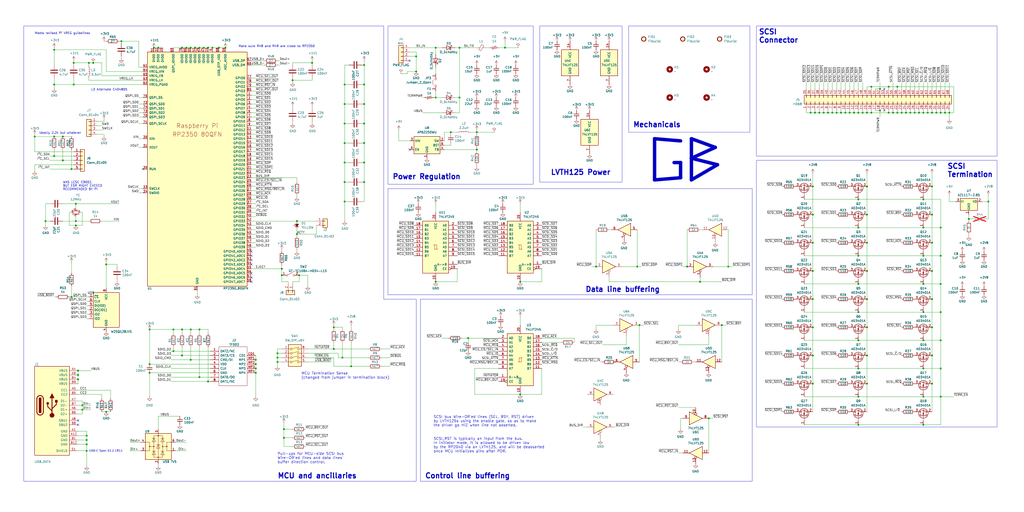
<source format=kicad_sch>
(kicad_sch (version 20230121) (generator eeschema)
  (paper "User" 599.999 299.999)
  (title_block (title "GBSCSI 2 Wide") (date "2025-03-08") (rev "0.1.1") (comment 1 "Drawn by; George Rudolf Mezzomo") (comment 2 "GBSCSI model 2, HD68W header, 3.5\" form factor compatible, discrete RP2350"))
  (junction (at 109.22 27.94))
  (junction (at 541.02 182.88))
  (junction (at 490.22 66.04))
  (junction (at 415.29 245.11))
  (junction (at 101.6 205.74))
  (junction (at 162.56 209.55))
  (junction (at 520.7 66.04))
  (junction (at 106.68 193.04))
  (junction (at 201.93 106.68))
  (junction (at 528.32 66.04))
  (junction (at 474.98 66.04))
  (junction (at 269.24 27.94))
  (junction (at 62.23 241.3))
  (junction (at 255.27 57.15))
  (junction (at 546.1 191.77))
  (junction (at 476.25 125.73))
  (junction (at 195.58 191.77))
  (junction (at 201.93 83.82))
  (junction (at 106.68 208.28))
  (junction (at 502.92 215.9))
  (junction (at 535.94 66.04))
  (junction (at 546.1 224.79))
  (junction (at 502.92 199.39))
  (junction (at 482.6 66.04))
  (junction (at 50.8 257.81))
  (junction (at 477.52 66.04))
  (junction (at 480.06 66.04))
  (junction (at 121.92 223.52))
  (junction (at 201.93 72.39))
  (junction (at 505.46 66.04))
  (junction (at 213.36 106.68))
  (junction (at 476.25 142.24))
  (junction (at 476.25 224.79))
  (junction (at 485.14 66.04))
  (junction (at 541.02 66.04))
  (junction (at 476.25 175.26))
  (junction (at 515.62 52.07))
  (junction (at 175.26 161.29))
  (junction (at 279.4 87.63))
  (junction (at 182.88 36.83))
  (junction (at 295.91 27.94))
  (junction (at 541.02 232.41))
  (junction (at 502.92 66.04))
  (junction (at 553.72 66.04))
  (junction (at 495.3 66.04))
  (junction (at 44.45 119.38))
  (junction (at 165.1 157.48))
  (junction (at 508 191.77))
  (junction (at 502.92 166.37))
  (junction (at 50.8 260.35))
  (junction (at 476.25 191.77))
  (junction (at 201.93 60.96))
  (junction (at 551.18 232.41))
  (junction (at 213.36 83.82))
  (junction (at 538.48 66.04))
  (junction (at 543.56 66.04))
  (junction (at 213.36 38.1))
  (junction (at 508 175.26))
  (junction (at 541.02 166.37))
  (junction (at 551.18 166.37))
  (junction (at 45.72 222.25))
  (junction (at 195.58 204.47))
  (junction (at 374.65 190.5))
  (junction (at 111.76 210.82))
  (junction (at 492.76 66.04))
  (junction (at 71.12 24.13))
  (junction (at 546.1 175.26))
  (junction (at 92.71 27.94))
  (junction (at 87.63 218.44))
  (junction (at 508 224.79))
  (junction (at 149.86 215.9))
  (junction (at 20.32 80.01))
  (junction (at 551.18 66.04))
  (junction (at 213.36 72.39))
  (junction (at 546.1 125.73))
  (junction (at 101.6 193.04))
  (junction (at 500.38 66.04))
  (junction (at 166.37 256.54))
  (junction (at 551.18 199.39))
  (junction (at 556.26 66.04))
  (junction (at 402.59 156.21))
  (junction (at 45.72 219.71))
  (junction (at 497.84 66.04))
  (junction (at 546.1 109.22))
  (junction (at 41.91 99.06))
  (junction (at 149.86 213.36))
  (junction (at 48.26 240.03) (diameter 0.9144))
  (junction (at 43.18 49.53))
  (junction (at 508 109.22))
  (junction (at 349.25 156.21))
  (junction (at 173.99 129.54))
  (junction (at 508 208.28))
  (junction (at 546.1 208.28))
  (junction (at 50.8 255.27))
  (junction (at 523.24 66.04))
  (junction (at 541.02 215.9))
  (junction (at 508 66.04))
  (junction (at 510.54 50.8))
  (junction (at 508 125.73))
  (junction (at 50.8 264.16))
  (junction (at 269.24 57.15))
  (junction (at 31.75 80.01))
  (junction (at 132.08 27.94))
  (junction (at 579.12 118.11))
  (junction (at 173.99 137.16))
  (junction (at 44.45 129.54))
  (junction (at 149.86 210.82))
  (junction (at 166.37 251.46))
  (junction (at 541.02 149.86))
  (junction (at 476.25 208.28))
  (junction (at 31.75 91.44))
  (junction (at 149.86 218.44))
  (junction (at 533.4 66.04))
  (junction (at 304.8 165.1))
  (junction (at 255.27 165.1))
  (junction (at 502.92 133.35))
  (junction (at 45.72 217.17))
  (junction (at 201.93 49.53))
  (junction (at 541.02 248.92))
  (junction (at 213.36 95.25))
  (junction (at 213.36 49.53))
  (junction (at 41.91 173.99))
  (junction (at 551.18 182.88))
  (junction (at 502.92 232.41))
  (junction (at 476.25 109.22))
  (junction (at 274.32 198.12))
  (junction (at 44.45 132.08))
  (junction (at 541.02 199.39))
  (junction (at 510.54 66.04))
  (junction (at 502.92 149.86))
  (junction (at 502.92 182.88))
  (junction (at 43.18 36.83))
  (junction (at 373.38 156.21))
  (junction (at 121.92 27.94))
  (junction (at 201.93 95.25))
  (junction (at 243.84 33.02))
  (junction (at 90.17 27.94))
  (junction (at 476.25 158.75))
  (junction (at 205.74 214.63))
  (junction (at 124.46 27.94))
  (junction (at 111.76 193.04))
  (junction (at 508 142.24))
  (junction (at 426.72 156.21))
  (junction (at 255.27 27.94))
  (junction (at 525.78 50.8))
  (junction (at 546.1 66.04))
  (junction (at 31.75 49.53))
  (junction (at 546.1 142.24))
  (junction (at 114.3 27.94))
  (junction (at 201.93 118.11))
  (junction (at 304.8 231.14))
  (junction (at 119.38 27.94))
  (junction (at 116.84 27.94))
  (junction (at 264.16 77.47))
  (junction (at 551.18 149.86))
  (junction (at 487.68 66.04))
  (junction (at 567.69 128.27))
  (junction (at 62.23 154.94))
  (junction (at 520.7 50.8))
  (junction (at 36.83 93.98))
  (junction (at 116.84 193.04))
  (junction (at 422.91 190.5))
  (junction (at 52.07 36.83))
  (junction (at 410.21 165.1))
  (junction (at 171.45 46.99))
  (junction (at 551.18 215.9))
  (junction (at 530.86 66.04))
  (junction (at 548.64 66.04))
  (junction (at 106.68 27.94))
  (junction (at 551.18 133.35))
  (junction (at 502.92 116.84))
  (junction (at 26.67 129.54))
  (junction (at 162.56 207.01))
  (junction (at 116.84 220.98))
  (junction (at 87.63 213.36))
  (junction (at 502.92 248.92))
  (junction (at 111.76 27.94))
  (junction (at 541.02 116.84))
  (junction (at 546.1 158.75))
  (junction (at 279.4 77.47))
  (junction (at 36.83 80.01))
  (junction (at 243.84 41.91))
  (junction (at 162.56 212.09))
  (junction (at 525.78 66.04))
  (junction (at 213.36 60.96))
  (junction (at 54.61 36.83))
  (junction (at 200.66 209.55))
  (junction (at 541.02 133.35))
  (junction (at 48.26 237.49) (diameter 0.9144))
  (junction (at 87.63 193.04))
  (junction (at 165.1 161.29))
  (junction (at 508 158.75))
  (junction (at 128.27 27.94))
  (junction (at 515.62 64.77))
  (junction (at 31.75 29.21))
  (no_connect (at 518.16 52.07))
  (no_connect (at 83.82 99.06))
  (no_connect (at 45.72 248.92))
  (no_connect (at 147.32 165.1))
  (no_connect (at 147.32 160.02))
  (no_connect (at 518.16 64.77))
  (no_connect (at 240.03 35.56))
  (no_connect (at 240.03 87.63))
  (no_connect (at 147.32 154.94))
  (no_connect (at 147.32 162.56))
  (no_connect (at 147.32 147.32))
  (no_connect (at 147.32 152.4))
  (no_connect (at 45.72 246.38))
  (no_connect (at 147.32 149.86))
  (wire (pts (xy 57.15 78.74) (xy 60.96 78.74)))
  (wire (pts (xy 149.86 60.96) (xy 147.32 60.96)))
  (wire (pts (xy 204.47 106.68) (xy 201.93 106.68)))
  (wire (pts (xy 201.93 95.25) (xy 201.93 106.68)))
  (wire (pts (xy 497.84 66.04) (xy 500.38 66.04)))
  (wire (pts (xy 500.38 66.04) (xy 500.38 64.77)))
  (wire (pts (xy 476.25 125.73) (xy 476.25 142.24)))
  (wire (pts (xy 36.83 87.63) (xy 36.83 93.98)))
  (wire (pts (xy 551.18 149.86) (xy 551.18 166.37)))
  (wire (pts (xy 149.86 50.8) (xy 147.32 50.8)))
  (wire (pts (xy 26.67 129.54) (xy 26.67 132.08)))
  (wire (pts (xy 279.4 76.2) (xy 279.4 77.47)))
  (wire (pts (xy 87.63 193.04) (xy 101.6 193.04)))
  (wire (pts (xy 535.94 66.04) (xy 538.48 66.04)))
  (wire (pts (xy 62.23 41.91) (xy 83.82 41.91)))
  (wire (pts (xy 195.58 204.47) (xy 215.9 204.47)))
  (wire (pts (xy 81.28 24.13) (xy 81.28 39.37)))
  (wire (pts (xy 41.91 153.67) (xy 41.91 160.02)))
  (wire (pts (xy 201.93 118.11) (xy 201.93 129.54)))
  (wire (pts (xy 105.41 243.84) (xy 92.71 243.84)))
  (wire (pts (xy 149.86 132.08) (xy 147.32 132.08)))
  (wire (pts (xy 83.82 72.39) (xy 81.28 72.39)))
  (wire (pts (xy 546.1 142.24) (xy 546.1 158.75)))
  (wire (pts (xy 106.68 193.04) (xy 101.6 193.04)))
  (wire (pts (xy 238.76 41.91) (xy 243.84 41.91)))
  (wire (pts (xy 90.17 27.94) (xy 92.71 27.94)))
  (wire (pts (xy 274.32 198.12) (xy 292.1 198.12)))
  (wire (pts (xy 278.13 215.9) (xy 278.13 231.14)))
  (wire (pts (xy 100.33 208.28) (xy 106.68 208.28)))
  (wire (pts (xy 495.3 66.04) (xy 497.84 66.04)))
  (wire (pts (xy 100.33 220.98) (xy 116.84 220.98)))
  (wire (pts (xy 50.8 260.35) (xy 50.8 264.16)))
  (wire (pts (xy 123.19 218.44) (xy 87.63 218.44)))
  (wire (pts (xy 201.93 83.82) (xy 201.93 72.39)))
  (wire (pts (xy 500.38 48.26) (xy 500.38 52.07)))
  (wire (pts (xy 147.32 35.56) (xy 154.94 35.56)))
  (wire (pts (xy 171.45 256.54) (xy 166.37 256.54)))
  (wire (pts (xy 480.06 48.26) (xy 480.06 52.07)))
  (wire (pts (xy 553.72 66.04) (xy 556.26 66.04)))
  (wire (pts (xy 402.59 134.62) (xy 402.59 156.21)))
  (wire (pts (xy 397.51 212.09) (xy 398.78 212.09)))
  (polyline (pts (xy 243.84 281.94) (xy 243.84 175.26)))
  (wire (pts (xy 62.23 154.94) (xy 62.23 168.91)))
  (wire (pts (xy 505.46 66.04) (xy 508 66.04)))
  (wire (pts (xy 317.5 231.14) (xy 317.5 215.9)))
  (wire (pts (xy 46.99 124.46) (xy 48.26 124.46)))
  (wire (pts (xy 502.92 248.92) (xy 541.02 248.92)))
  (wire (pts (xy 223.52 214.63) (xy 228.6 214.63)))
  (wire (pts (xy 546.1 208.28) (xy 546.1 224.79)))
  (polyline (pts (xy 440.69 281.94) (xy 440.69 175.26)))
  (wire (pts (xy 162.56 209.55) (xy 165.1 209.55)))
  (wire (pts (xy 213.36 83.82) (xy 213.36 95.25)))
  (wire (pts (xy 111.76 193.04) (xy 106.68 193.04)))
  (wire (pts (xy 165.1 146.05) (xy 165.1 147.32)))
  (wire (pts (xy 477.52 66.04) (xy 480.06 66.04)))
  (wire (pts (xy 255.27 39.37) (xy 255.27 43.18)))
  (wire (pts (xy 304.8 185.42) (xy 304.8 190.5)))
  (wire (pts (xy 377.19 190.5) (xy 374.65 190.5)))
  (wire (pts (xy 36.83 119.38) (xy 44.45 119.38)))
  (wire (pts (xy 269.24 66.04) (xy 266.7 66.04)))
  (wire (pts (xy 508 158.75) (xy 508 175.26)))
  (polyline (pts (xy 224.79 175.26) (xy 224.79 15.24)))
  (wire (pts (xy 109.22 264.16) (xy 102.87 264.16)))
  (wire (pts (xy 482.6 66.04) (xy 485.14 66.04)))
  (wire (pts (xy 502.92 182.88) (xy 541.02 182.88)))
  (wire (pts (xy 533.4 66.04) (xy 535.94 66.04)))
  (wire (pts (xy 538.48 66.04) (xy 538.48 64.77)))
  (wire (pts (xy 180.34 207.01) (xy 198.12 207.01)))
  (wire (pts (xy 240.03 33.02) (xy 243.84 33.02)))
  (wire (pts (xy 567.69 137.16) (xy 567.69 138.43)))
  (wire (pts (xy 43.18 36.83) (xy 52.07 36.83)))
  (wire (pts (xy 171.45 36.83) (xy 182.88 36.83)))
  (wire (pts (xy 548.64 66.04) (xy 551.18 66.04)))
  (wire (pts (xy 551.18 166.37) (xy 551.18 182.88)))
  (wire (pts (xy 147.32 157.48) (xy 165.1 157.48)))
  (wire (pts (xy 508 66.04) (xy 508 64.77)))
  (wire (pts (xy 173.99 134.62) (xy 173.99 137.16)))
  (wire (pts (xy 149.86 63.5) (xy 147.32 63.5)))
  (wire (pts (xy 81.28 63.5) (xy 83.82 63.5)))
  (wire (pts (xy 109.22 259.08) (xy 102.87 259.08)))
  (wire (pts (xy 162.56 212.09) (xy 162.56 214.63)))
  (wire (pts (xy 171.45 71.12) (xy 171.45 72.39)))
  (wire (pts (xy 546.1 66.04) (xy 546.1 64.77)))
  (wire (pts (xy 100.33 210.82) (xy 111.76 210.82)))
  (wire (pts (xy 541.02 199.39) (xy 551.18 199.39)))
  (wire (pts (xy 267.97 165.1) (xy 255.27 165.1)))
  (wire (pts (xy 180.34 161.29) (xy 180.34 167.64)))
  (wire (pts (xy 198.12 207.01) (xy 198.12 209.55)))
  (wire (pts (xy 83.82 57.15) (xy 81.28 57.15)))
  (wire (pts (xy 29.21 119.38) (xy 26.67 119.38)))
  (wire (pts (xy 173.99 137.16) (xy 173.99 138.43)))
  (wire (pts (xy 121.92 193.04) (xy 121.92 195.58)))
  (wire (pts (xy 477.52 48.26) (xy 477.52 52.07)))
  (wire (pts (xy 149.86 81.28) (xy 147.32 81.28)))
  (wire (pts (xy 111.76 210.82) (xy 123.19 210.82)))
  (wire (pts (xy 60.96 71.12) (xy 60.96 69.85)))
  (wire (pts (xy 575.31 118.11) (xy 579.12 118.11)))
  (wire (pts (xy 471.17 248.92) (xy 502.92 248.92)))
  (wire (pts (xy 471.17 232.41) (xy 502.92 232.41)))
  (wire (pts (xy 162.56 207.01) (xy 162.56 209.55)))
  (wire (pts (xy 317.5 198.12) (xy 336.55 198.12)))
  (wire (pts (xy 471.17 199.39) (xy 502.92 199.39)))
  (wire (pts (xy 515.62 68.58) (xy 515.62 64.77)))
  (wire (pts (xy 182.88 46.99) (xy 182.88 45.72)))
  (wire (pts (xy 166.37 256.54) (xy 166.37 251.46)))
  (wire (pts (xy 419.1 142.24) (xy 419.1 140.97)))
  (wire (pts (xy 36.83 93.98) (xy 43.18 93.98)))
  (wire (pts (xy 43.18 45.72) (xy 43.18 49.53)))
  (wire (pts (xy 149.86 106.68) (xy 147.32 106.68)))
  (wire (pts (xy 165.1 161.29) (xy 165.1 165.1)))
  (polyline (pts (xy 420.37 96.52) (xy 405.13 92.71)) (stroke (width 2)))
  (wire (pts (xy 341.63 250.19) (xy 344.17 250.19)))
  (wire (pts (xy 41.91 167.64) (xy 41.91 173.99)))
  (wire (pts (xy 264.16 77.47) (xy 264.16 78.74)))
  (wire (pts (xy 149.86 142.24) (xy 147.32 142.24)))
  (wire (pts (xy 508 191.77) (xy 508 208.28)))
  (wire (pts (xy 240.03 82.55) (xy 233.68 82.55)))
  (wire (pts (xy 397.51 201.93) (xy 415.29 201.93)))
  (wire (pts (xy 64.77 228.6) (xy 45.72 228.6)))
  (wire (pts (xy 29.21 93.98) (xy 36.83 93.98)))
  (polyline (pts (xy 440.69 110.49) (xy 227.33 110.49)))
  (wire (pts (xy 213.36 49.53) (xy 213.36 60.96)))
  (wire (pts (xy 128.27 27.94) (xy 132.08 27.94)))
  (wire (pts (xy 71.12 24.13) (xy 71.12 25.4)))
  (wire (pts (xy 556.26 48.26) (xy 556.26 52.07)))
  (wire (pts (xy 173.99 137.16) (xy 185.42 137.16)))
  (wire (pts (xy 234.95 43.18) (xy 238.76 43.18)))
  (wire (pts (xy 101.6 205.74) (xy 123.19 205.74)))
  (wire (pts (xy 20.32 80.01) (xy 20.32 88.9)))
  (wire (pts (xy 48.26 240.03) (xy 48.26 242.57)))
  (wire (pts (xy 173.99 129.54) (xy 185.42 129.54)))
  (wire (pts (xy 92.71 243.84) (xy 92.71 251.46)))
  (wire (pts (xy 240.03 27.94) (xy 255.27 27.94)))
  (wire (pts (xy 482.6 66.04) (xy 482.6 64.77)))
  (wire (pts (xy 45.72 234.95) (xy 48.26 234.95)))
  (wire (pts (xy 289.56 77.47) (xy 279.4 77.47)))
  (wire (pts (xy 162.56 209.55) (xy 162.56 212.09)))
  (wire (pts (xy 551.18 66.04) (xy 553.72 66.04)))
  (wire (pts (xy 284.48 27.94) (xy 287.02 27.94)))
  (wire (pts (xy 238.76 43.18) (xy 238.76 41.91)))
  (wire (pts (xy 487.68 66.04) (xy 490.22 66.04)))
  (polyline (pts (xy 383.54 81.28) (xy 383.54 105.41)) (stroke (width 2)))
  (wire (pts (xy 149.86 55.88) (xy 147.32 55.88)))
  (wire (pts (xy 398.78 245.11) (xy 398.78 251.46)))
  (wire (pts (xy 279.4 27.94) (xy 269.24 27.94)))
  (wire (pts (xy 264.16 77.47) (xy 267.97 77.47)))
  (wire (pts (xy 36.83 80.01) (xy 41.91 80.01)))
  (polyline (pts (xy 405.13 105.41) (xy 420.37 96.52)) (stroke (width 2)))
  (wire (pts (xy 269.24 27.94) (xy 269.24 57.15)))
  (wire (pts (xy 570.23 128.27) (xy 567.69 128.27)))
  (wire (pts (xy 116.84 27.94) (xy 119.38 27.94)))
  (wire (pts (xy 535.94 66.04) (xy 535.94 64.77)))
  (wire (pts (xy 275.59 77.47) (xy 279.4 77.47)))
  (wire (pts (xy 52.07 181.61) (xy 50.8 181.61)))
  (wire (pts (xy 204.47 83.82) (xy 201.93 83.82)))
  (wire (pts (xy 558.8 50.8) (xy 558.8 66.04)))
  (wire (pts (xy 303.53 27.94) (xy 295.91 27.94)))
  (wire (pts (xy 487.68 48.26) (xy 487.68 52.07)))
  (wire (pts (xy 351.79 257.81) (xy 351.79 256.54)))
  (wire (pts (xy 515.62 64.77) (xy 513.08 64.77)))
  (wire (pts (xy 171.45 38.1) (xy 171.45 36.83)))
  (wire (pts (xy 397.51 265.43) (xy 400.05 265.43)))
  (wire (pts (xy 147.32 129.54) (xy 173.99 129.54)))
  (polyline (pts (xy 398.78 82.55) (xy 383.54 81.28)) (stroke (width 2)))
  (wire (pts (xy 260.35 87.63) (xy 279.4 87.63)))
  (wire (pts (xy 541.02 48.26) (xy 541.02 52.07)))
  (wire (pts (xy 513.08 52.07) (xy 515.62 52.07)))
  (wire (pts (xy 36.83 129.54) (xy 44.45 129.54)))
  (wire (pts (xy 106.68 203.2) (xy 106.68 208.28)))
  (wire (pts (xy 228.6 209.55) (xy 223.52 209.55)))
  (wire (pts (xy 111.76 27.94) (xy 114.3 27.94)))
  (wire (pts (xy 546.1 175.26) (xy 546.1 191.77)))
  (wire (pts (xy 149.86 96.52) (xy 147.32 96.52)))
  (wire (pts (xy 149.86 101.6) (xy 147.32 101.6)))
  (wire (pts (xy 87.63 213.36) (xy 87.63 193.04)))
  (wire (pts (xy 100.33 205.74) (xy 101.6 205.74)))
  (wire (pts (xy 471.17 166.37) (xy 502.92 166.37)))
  (wire (pts (xy 212.09 72.39) (xy 213.36 72.39)))
  (wire (pts (xy 270.51 198.12) (xy 274.32 198.12)))
  (wire (pts (xy 476.25 224.79) (xy 476.25 241.3)))
  (wire (pts (xy 415.29 245.11) (xy 415.29 265.43)))
  (wire (pts (xy 213.36 35.56) (xy 213.36 38.1)))
  (wire (pts (xy 541.02 232.41) (xy 551.18 232.41)))
  (wire (pts (xy 474.98 48.26) (xy 474.98 52.07)))
  (wire (pts (xy 100.33 215.9) (xy 123.19 215.9)))
  (wire (pts (xy 162.56 212.09) (xy 165.1 212.09)))
  (wire (pts (xy 48.26 242.57) (xy 45.72 242.57)))
  (polyline (pts (xy 405.13 81.28) (xy 419.1 86.36)) (stroke (width 2)))
  (wire (pts (xy 502.92 199.39) (xy 541.02 199.39)))
  (wire (pts (xy 541.02 182.88) (xy 551.18 182.88)))
  (wire (pts (xy 520.7 50.8) (xy 510.54 50.8)))
  (wire (pts (xy 149.86 83.82) (xy 147.32 83.82)))
  (wire (pts (xy 44.45 129.54) (xy 52.07 129.54)))
  (polyline (pts (xy 13.97 15.24) (xy 224.79 15.24)))
  (wire (pts (xy 162.56 35.56) (xy 163.83 35.56)))
  (wire (pts (xy 50.8 257.81) (xy 50.8 260.35)))
  (wire (pts (xy 523.24 66.04) (xy 523.24 64.77)))
  (wire (pts (xy 149.86 127) (xy 147.32 127)))
  (wire (pts (xy 560.07 118.11) (xy 556.26 118.11)))
  (wire (pts (xy 349.25 190.5) (xy 349.25 193.04)))
  (wire (pts (xy 269.24 57.15) (xy 266.7 57.15)))
  (wire (pts (xy 111.76 203.2) (xy 111.76 210.82)))
  (wire (pts (xy 471.17 133.35) (xy 502.92 133.35)))
  (wire (pts (xy 41.91 87.63) (xy 41.91 99.06)))
  (wire (pts (xy 500.38 66.04) (xy 502.92 66.04)))
  (wire (pts (xy 523.24 48.26) (xy 523.24 52.07)))
  (wire (pts (xy 173.99 146.05) (xy 173.99 147.32)))
  (polyline (pts (xy 440.69 172.72) (xy 440.69 110.49)))
  (polyline (pts (xy 246.38 175.26) (xy 440.69 175.26)))
  (wire (pts (xy 100.33 223.52) (xy 121.92 223.52)))
  (wire (pts (xy 149.86 109.22) (xy 147.32 109.22)))
  (wire (pts (xy 165.1 204.47) (xy 162.56 204.47)))
  (wire (pts (xy 247.65 66.04) (xy 259.08 66.04)))
  (wire (pts (xy 45.72 224.79) (xy 45.72 222.25)))
  (polyline (pts (xy 227.33 110.49) (xy 227.33 172.72)))
  (wire (pts (xy 279.4 96.52) (xy 279.4 97.79)))
  (wire (pts (xy 497.84 66.04) (xy 497.84 64.77)))
  (wire (pts (xy 101.6 203.2) (xy 101.6 205.74)))
  (wire (pts (xy 541.02 215.9) (xy 551.18 215.9)))
  (wire (pts (xy 502.92 66.04) (xy 505.46 66.04)))
  (wire (pts (xy 50.8 264.16) (xy 50.8 273.05)))
  (wire (pts (xy 508 208.28) (xy 508 224.79)))
  (wire (pts (xy 149.86 121.92) (xy 147.32 121.92)))
  (wire (pts (xy 205.74 214.63) (xy 195.58 214.63)))
  (wire (pts (xy 50.8 252.73) (xy 50.8 255.27)))
  (wire (pts (xy 266.7 27.94) (xy 269.24 27.94)))
  (wire (pts (xy 44.45 119.38) (xy 44.45 121.92)))
  (wire (pts (xy 541.02 248.92) (xy 551.18 248.92)))
  (wire (pts (xy 279.4 87.63) (xy 279.4 88.9)))
  (wire (pts (xy 45.72 252.73) (xy 50.8 252.73)))
  (wire (pts (xy 508 125.73) (xy 508 142.24)))
  (wire (pts (xy 149.86 91.44) (xy 147.32 91.44)))
  (wire (pts (xy 349.25 190.5) (xy 359.41 190.5)))
  (wire (pts (xy 274.32 200.66) (xy 274.32 198.12)))
  (wire (pts (xy 505.46 48.26) (xy 505.46 52.07)))
  (wire (pts (xy 233.68 82.55) (xy 233.68 76.2)))
  (wire (pts (xy 487.68 66.04) (xy 487.68 64.77)))
  (wire (pts (xy 82.55 264.16) (xy 76.2 264.16)))
  (wire (pts (xy 553.72 66.04) (xy 553.72 64.77)))
  (wire (pts (xy 48.26 124.46) (xy 48.26 132.08)))
  (polyline (pts (xy 405.13 81.28) (xy 405.13 105.41)) (stroke (width 2)))
  (wire (pts (xy 82.55 259.08) (xy 76.2 259.08)))
  (wire (pts (xy 64.77 233.68) (xy 64.77 228.6)))
  (wire (pts (xy 182.88 71.12) (xy 182.88 72.39)))
  (wire (pts (xy 406.4 212.09) (xy 407.67 212.09)))
  (wire (pts (xy 149.86 111.76) (xy 147.32 111.76)))
  (wire (pts (xy 20.32 80.01) (xy 31.75 80.01)))
  (wire (pts (xy 541.02 133.35) (xy 551.18 133.35)))
  (wire (pts (xy 149.86 99.06) (xy 147.32 99.06)))
  (wire (pts (xy 264.16 77.47) (xy 260.35 77.47)))
  (wire (pts (xy 121.92 27.94) (xy 124.46 27.94)))
  (wire (pts (xy 260.35 85.09) (xy 264.16 85.09)))
  (wire (pts (xy 205.74 190.5) (xy 205.74 193.04)))
  (wire (pts (xy 81.28 60.96) (xy 83.82 60.96)))
  (wire (pts (xy 278.13 231.14) (xy 304.8 231.14)))
  (wire (pts (xy 502.92 166.37) (xy 541.02 166.37)))
  (wire (pts (xy 71.12 34.29) (xy 71.12 33.02)))
  (wire (pts (xy 171.45 46.99) (xy 182.88 46.99)))
  (wire (pts (xy 62.23 153.67) (xy 62.23 154.94)))
  (wire (pts (xy 543.56 66.04) (xy 546.1 66.04)))
  (wire (pts (xy 149.86 48.26) (xy 147.32 48.26)))
  (wire (pts (xy 200.66 193.04) (xy 200.66 191.77)))
  (wire (pts (xy 205.74 200.66) (xy 205.74 214.63)))
  (wire (pts (xy 243.84 33.02) (xy 243.84 41.91)))
  (wire (pts (xy 116.84 193.04) (xy 121.92 193.04)))
  (wire (pts (xy 149.86 215.9) (xy 149.86 218.44)))
  (wire (pts (xy 149.86 119.38) (xy 147.32 119.38)))
  (wire (pts (xy 195.58 190.5) (xy 195.58 191.77)))
  (wire (pts (xy 48.26 237.49) (xy 45.72 237.49)))
  (wire (pts (xy 260.35 77.47) (xy 260.35 82.55)))
  (wire (pts (xy 417.83 156.21) (xy 426.72 156.21)))
  (wire (pts (xy 360.68 250.19) (xy 359.41 250.19)))
  (wire (pts (xy 426.72 156.21) (xy 426.72 134.62)))
  (wire (pts (xy 551.18 232.41) (xy 558.8 232.41)))
  (wire (pts (xy 422.91 190.5) (xy 422.91 212.09)))
  (wire (pts (xy 180.34 209.55) (xy 195.58 209.55)))
  (wire (pts (xy 212.09 106.68) (xy 213.36 106.68)))
  (wire (pts (xy 471.17 116.84) (xy 502.92 116.84)))
  (wire (pts (xy 111.76 193.04) (xy 116.84 193.04)))
  (wire (pts (xy 254 57.15) (xy 255.27 57.15)))
  (wire (pts (xy 292.1 215.9) (xy 278.13 215.9)))
  (wire (pts (xy 508 142.24) (xy 508 158.75)))
  (wire (pts (xy 92.71 271.78) (xy 92.71 273.05)))
  (wire (pts (xy 171.45 45.72) (xy 171.45 46.99)))
  (wire (pts (xy 472.44 66.04) (xy 472.44 64.77)))
  (wire (pts (xy 31.75 80.01) (xy 36.83 80.01)))
  (wire (pts (xy 62.23 241.3) (xy 59.69 241.3)))
  (wire (pts (xy 114.3 27.94) (xy 116.84 27.94)))
  (wire (pts (xy 292.1 27.94) (xy 295.91 27.94)))
  (wire (pts (xy 53.34 217.17) (xy 45.72 217.17)))
  (wire (pts (xy 180.34 204.47) (xy 195.58 204.47)))
  (wire (pts (xy 68.58 154.94) (xy 62.23 154.94)))
  (wire (pts (xy 149.86 73.66) (xy 147.32 73.66)))
  (wire (pts (xy 212.09 118.11) (xy 213.36 118.11)))
  (wire (pts (xy 490.22 48.26) (xy 490.22 52.07)))
  (polyline (pts (xy 419.1 86.36) (xy 419.1 86.36)) (stroke (width 2)))
  (wire (pts (xy 83.82 110.49) (xy 81.28 110.49)))
  (wire (pts (xy 546.1 191.77) (xy 546.1 208.28)))
  (wire (pts (xy 45.72 260.35) (xy 50.8 260.35)))
  (wire (pts (xy 400.05 156.21) (xy 402.59 156.21)))
  (wire (pts (xy 535.94 48.26) (xy 535.94 52.07)))
  (wire (pts (xy 171.45 261.62) (xy 166.37 261.62)))
  (wire (pts (xy 212.09 83.82) (xy 213.36 83.82)))
  (wire (pts (xy 567.69 128.27) (xy 567.69 125.73)))
  (wire (pts (xy 476.25 101.6) (xy 476.25 109.22)))
  (wire (pts (xy 204.47 49.53) (xy 201.93 49.53)))
  (wire (pts (xy 204.47 60.96) (xy 201.93 60.96)))
  (wire (pts (xy 525.78 50.8) (xy 558.8 50.8)))
  (wire (pts (xy 195.58 191.77) (xy 200.66 191.77)))
  (wire (pts (xy 360.68 212.09) (xy 359.41 212.09)))
  (wire (pts (xy 83.82 113.03) (xy 81.28 113.03)))
  (wire (pts (xy 546.1 109.22) (xy 546.1 125.73)))
  (wire (pts (xy 482.6 48.26) (xy 482.6 52.07)))
  (wire (pts (xy 40.64 132.08) (xy 40.64 124.46)))
  (wire (pts (xy 508 224.79) (xy 508 241.3)))
  (wire (pts (xy 538.48 48.26) (xy 538.48 52.07)))
  (wire (pts (xy 259.08 198.12) (xy 262.89 198.12)))
  (wire (pts (xy 173.99 115.57) (xy 173.99 114.3)))
  (wire (pts (xy 255.27 57.15) (xy 259.08 57.15)))
  (wire (pts (xy 502.92 133.35) (xy 541.02 133.35)))
  (wire (pts (xy 579.12 118.11) (xy 579.12 114.3)))
  (wire (pts (xy 149.86 88.9) (xy 147.32 88.9)))
  (wire (pts (xy 168.91 165.1) (xy 168.91 166.37)))
  (wire (pts (xy 364.49 156.21) (xy 373.38 156.21)))
  (wire (pts (xy 40.64 124.46) (xy 41.91 124.46)))
  (wire (pts (xy 52.07 36.83) (xy 52.07 38.1)))
  (wire (pts (xy 548.64 66.04) (xy 548.64 64.77)))
  (wire (pts (xy 497.84 48.26) (xy 497.84 52.07)))
  (wire (pts (xy 45.72 255.27) (xy 50.8 255.27)))
  (wire (pts (xy 185.42 132.08) (xy 185.42 137.16)))
  (wire (pts (xy 567.69 129.54) (xy 567.69 128.27)))
  (wire (pts (xy 149.86 58.42) (xy 147.32 58.42)))
  (wire (pts (xy 471.17 149.86) (xy 502.92 149.86)))
  (wire (pts (xy 149.86 71.12) (xy 147.32 71.12)))
  (wire (pts (xy 149.86 213.36) (xy 149.86 215.9)))
  (wire (pts (xy 528.32 66.04) (xy 530.86 66.04)))
  (wire (pts (xy 520.7 66.04) (xy 523.24 66.04)))
  (wire (pts (xy 200.66 200.66) (xy 200.66 209.55)))
  (wire (pts (xy 556.26 118.11) (xy 556.26 114.3)))
  (wire (pts (xy 116.84 193.04) (xy 116.84 195.58)))
  (wire (pts (xy 162.56 204.47) (xy 162.56 207.01)))
  (wire (pts (xy 213.36 38.1) (xy 213.36 49.53)))
  (wire (pts (xy 106.68 27.94) (xy 109.22 27.94)))
  (wire (pts (xy 215.9 214.63) (xy 205.74 214.63)))
  (polyline (pts (xy 246.38 175.26) (xy 246.38 281.94)))
  (wire (pts (xy 520.7 52.07) (xy 520.7 50.8)))
  (wire (pts (xy 410.21 165.1) (xy 356.87 165.1)))
  (wire (pts (xy 508 101.6) (xy 508 109.22)))
  (wire (pts (xy 485.14 48.26) (xy 485.14 52.07)))
  (wire (pts (xy 45.72 264.16) (xy 50.8 264.16)))
  (wire (pts (xy 31.75 29.21) (xy 31.75 38.1)))
  (wire (pts (xy 116.84 203.2) (xy 116.84 220.98)))
  (wire (pts (xy 101.6 193.04) (xy 101.6 195.58)))
  (wire (pts (xy 212.09 49.53) (xy 213.36 49.53)))
  (wire (pts (xy 149.86 76.2) (xy 147.32 76.2)))
  (wire (pts (xy 31.75 49.53) (xy 43.18 49.53)))
  (wire (pts (xy 165.1 161.29) (xy 165.1 157.48)))
  (wire (pts (xy 149.86 208.28) (xy 149.86 210.82)))
  (wire (pts (xy 243.84 30.48) (xy 243.84 33.02)))
  (polyline (pts (xy 227.33 172.72) (xy 440.69 172.72)))
  (wire (pts (xy 171.45 251.46) (xy 166.37 251.46)))
  (wire (pts (xy 31.75 91.44) (xy 43.18 91.44)))
  (wire (pts (xy 149.86 144.78) (xy 147.32 144.78)))
  (wire (pts (xy 374.65 190.5) (xy 374.65 212.09)))
  (wire (pts (xy 101.6 27.94) (xy 106.68 27.94)))
  (wire (pts (xy 43.18 38.1) (xy 43.18 36.83)))
  (wire (pts (xy 476.25 142.24) (xy 476.25 158.75)))
  (wire (pts (xy 45.72 219.71) (xy 45.72 217.17)))
  (wire (pts (xy 528.32 66.04) (xy 528.32 64.77)))
  (wire (pts (xy 546.1 66.04) (xy 548.64 66.04)))
  (wire (pts (xy 213.36 72.39) (xy 213.36 83.82)))
  (wire (pts (xy 490.22 66.04) (xy 490.22 64.77)))
  (wire (pts (xy 508 66.04) (xy 510.54 66.04)))
  (wire (pts (xy 59.69 129.54) (xy 69.85 129.54)))
  (wire (pts (xy 304.8 231.14) (xy 317.5 231.14)))
  (wire (pts (xy 541.02 66.04) (xy 543.56 66.04)))
  (wire (pts (xy 485.14 66.04) (xy 485.14 64.77)))
  (wire (pts (xy 81.28 39.37) (xy 83.82 39.37)))
  (wire (pts (xy 541.02 149.86) (xy 551.18 149.86)))
  (wire (pts (xy 195.58 214.63) (xy 195.58 209.55)))
  (wire (pts (xy 520.7 66.04) (xy 520.7 64.77)))
  (wire (pts (xy 44.45 119.38) (xy 69.85 119.38)))
  (wire (pts (xy 476.25 208.28) (xy 476.25 224.79)))
  (wire (pts (xy 508 175.26) (xy 508 191.77)))
  (wire (pts (xy 397.51 190.5) (xy 397.51 193.04)))
  (wire (pts (xy 213.36 106.68) (xy 213.36 118.11)))
  (wire (pts (xy 149.86 86.36) (xy 147.32 86.36)))
  (wire (pts (xy 525.78 50.8) (xy 520.7 50.8)))
  (wire (pts (xy 247.65 57.15) (xy 248.92 57.15)))
  (wire (pts (xy 166.37 261.62) (xy 166.37 256.54)))
  (wire (pts (xy 198.12 209.55) (xy 200.66 209.55)))
  (polyline (pts (xy 405.13 92.71) (xy 405.13 92.71)) (stroke (width 2)))
  (wire (pts (xy 502.92 149.86) (xy 541.02 149.86)))
  (wire (pts (xy 295.91 27.94) (xy 295.91 24.13)))
  (wire (pts (xy 195.58 200.66) (xy 195.58 204.47)))
  (wire (pts (xy 20.32 96.52) (xy 43.18 96.52)))
  (wire (pts (xy 510.54 66.04) (xy 510.54 64.77)))
  (polyline (pts (xy 420.37 96.52) (xy 420.37 96.52)) (stroke (width 2)))
  (wire (pts (xy 551.18 182.88) (xy 551.18 199.39)))
  (wire (pts (xy 417.83 245.11) (xy 415.29 245.11)))
  (wire (pts (xy 543.56 66.04) (xy 543.56 64.77)))
  (wire (pts (xy 425.45 190.5) (xy 422.91 190.5)))
  (wire (pts (xy 502.92 232.41) (xy 541.02 232.41)))
  (wire (pts (xy 551.18 215.9) (xy 551.18 232.41)))
  (wire (pts (xy 175.26 161.29) (xy 175.26 165.1)))
  (polyline (pts (xy 243.84 175.26) (xy 224.79 175.26)))
  (wire (pts (xy 346.71 156.21) (xy 349.25 156.21)))
  (wire (pts (xy 57.15 73.66) (xy 59.69 73.66)))
  (wire (pts (xy 397.51 238.76) (xy 407.67 238.76)))
  (wire (pts (xy 81.28 81.28) (xy 83.82 81.28)))
  (wire (pts (xy 166.37 247.65) (xy 166.37 251.46)))
  (wire (pts (xy 255.27 53.34) (xy 255.27 57.15)))
  (wire (pts (xy 60.96 24.13) (xy 62.23 24.13)))
  (wire (pts (xy 356.87 134.62) (xy 358.14 134.62)))
  (wire (pts (xy 336.55 200.66) (xy 336.55 198.12)))
  (wire (pts (xy 508 50.8) (xy 508 52.07)))
  (wire (pts (xy 474.98 66.04) (xy 477.52 66.04)))
  (wire (pts (xy 149.86 218.44) (xy 149.86 232.41)))
  (wire (pts (xy 213.36 60.96) (xy 213.36 72.39)))
  (wire (pts (xy 60.96 78.74) (xy 60.96 80.01)))
  (polyline (pts (xy 13.97 281.94) (xy 243.84 281.94)))
  (wire (pts (xy 201.93 72.39) (xy 201.93 60.96)))
  (wire (pts (xy 204.47 118.11) (xy 201.93 118.11)))
  (wire (pts (xy 83.82 86.36) (xy 81.28 86.36)))
  (wire (pts (xy 43.18 49.53) (xy 83.82 49.53)))
  (wire (pts (xy 317.5 157.48) (xy 317.5 165.1)))
  (wire (pts (xy 68.58 163.83) (xy 68.58 165.1)))
  (wire (pts (xy 551.18 199.39) (xy 551.18 215.9)))
  (wire (pts (xy 171.45 63.5) (xy 171.45 62.23)))
  (wire (pts (xy 476.25 158.75) (xy 476.25 175.26)))
  (wire (pts (xy 259.08 27.94) (xy 255.27 27.94)))
  (wire (pts (xy 279.4 86.36) (xy 279.4 87.63)))
  (wire (pts (xy 182.88 35.56) (xy 182.88 36.83)))
  (wire (pts (xy 195.58 191.77) (xy 195.58 193.04)))
  (wire (pts (xy 579.12 128.27) (xy 579.12 118.11)))
  (wire (pts (xy 255.27 119.38) (xy 255.27 124.46)))
  (wire (pts (xy 525.78 66.04) (xy 528.32 66.04)))
  (wire (pts (xy 510.54 50.8) (xy 510.54 52.07)))
  (wire (pts (xy 52.07 46.99) (xy 52.07 45.72)))
  (wire (pts (xy 407.67 190.5) (xy 397.51 190.5)))
  (wire (pts (xy 551.18 232.41) (xy 551.18 248.92)))
  (wire (pts (xy 546.1 48.26) (xy 546.1 52.07)))
  (wire (pts (xy 149.86 210.82) (xy 149.86 213.36)))
  (wire (pts (xy 31.75 87.63) (xy 31.75 91.44)))
  (wire (pts (xy 502.92 66.04) (xy 502.92 64.77)))
  (wire (pts (xy 502.92 48.26) (xy 502.92 52.07)))
  (polyline (pts (xy 394.97 95.25) (xy 398.78 95.25)) (stroke (width 2)))
  (wire (pts (xy 429.26 156.21) (xy 426.72 156.21)))
  (wire (pts (xy 556.26 69.85) (xy 556.26 66.04)))
  (wire (pts (xy 528.32 48.26) (xy 528.32 52.07)))
  (wire (pts (xy 31.75 27.94) (xy 31.75 29.21)))
  (wire (pts (xy 551.18 48.26) (xy 551.18 52.07)))
  (wire (pts (xy 149.86 53.34) (xy 147.32 53.34)))
  (wire (pts (xy 373.38 134.62) (xy 373.38 156.21)))
  (wire (pts (xy 351.79 212.09) (xy 353.06 212.09)))
  (wire (pts (xy 212.09 60.96) (xy 213.36 60.96)))
  (polyline (pts (xy 405.13 92.71) (xy 419.1 86.36)) (stroke (width 2)))
  (wire (pts (xy 530.86 66.04) (xy 533.4 66.04)))
  (polyline (pts (xy 13.97 281.94) (xy 13.97 15.24)))
  (wire (pts (xy 59.69 233.68) (xy 59.69 231.14)))
  (wire (pts (xy 553.72 48.26) (xy 553.72 52.07)))
  (wire (pts (xy 525.78 66.04) (xy 525.78 64.77)))
  (wire (pts (xy 415.29 201.93) (xy 415.29 196.85)))
  (wire (pts (xy 20.32 78.74) (xy 20.32 80.01)))
  (wire (pts (xy 400.05 245.11) (xy 398.78 245.11)))
  (wire (pts (xy 546.1 158.75) (xy 546.1 175.26)))
  (wire (pts (xy 81.28 68.58) (xy 83.82 68.58)))
  (wire (pts (xy 149.86 134.62) (xy 147.32 134.62)))
  (wire (pts (xy 480.06 66.04) (xy 482.6 66.04)))
  (wire (pts (xy 556.26 66.04) (xy 556.26 64.77)))
  (wire (pts (xy 68.58 156.21) (xy 68.58 154.94)))
  (wire (pts (xy 477.52 66.04) (xy 477.52 64.77)))
  (wire (pts (xy 119.38 27.94) (xy 121.92 27.94)))
  (wire (pts (xy 59.69 44.45) (xy 59.69 36.83)))
  (wire (pts (xy 50.8 255.27) (xy 50.8 257.81)))
  (wire (pts (xy 83.82 44.45) (xy 59.69 44.45)))
  (wire (pts (xy 538.48 66.04) (xy 541.02 66.04)))
  (wire (pts (xy 57.15 76.2) (xy 59.69 76.2)))
  (wire (pts (xy 474.98 66.04) (xy 474.98 64.77)))
  (wire (pts (xy 147.32 104.14) (xy 173.99 104.14)))
  (wire (pts (xy 508 109.22) (xy 508 125.73)))
  (wire (pts (xy 510.54 50.8) (xy 508 50.8)))
  (wire (pts (xy 171.45 165.1) (xy 171.45 166.37)))
  (wire (pts (xy 149.86 45.72) (xy 147.32 45.72)))
  (wire (pts (xy 267.97 157.48) (xy 267.97 165.1)))
  (wire (pts (xy 546.1 101.6) (xy 546.1 109.22)))
  (wire (pts (xy 111.76 193.04) (xy 111.76 195.58)))
  (wire (pts (xy 121.92 203.2) (xy 121.92 223.52)))
  (wire (pts (xy 422.91 165.1) (xy 410.21 165.1)))
  (wire (pts (xy 52.07 46.99) (xy 83.82 46.99)))
  (wire (pts (xy 515.62 48.26) (xy 515.62 52.07)))
  (wire (pts (xy 20.32 96.52) (xy 20.32 100.33)))
  (wire (pts (xy 471.17 182.88) (xy 502.92 182.88)))
  (wire (pts (xy 29.21 99.06) (xy 41.91 99.06)))
  (wire (pts (xy 548.64 48.26) (xy 548.64 52.07)))
  (wire (pts (xy 502.92 215.9) (xy 541.02 215.9)))
  (wire (pts (xy 533.4 48.26) (xy 533.4 52.07)))
  (wire (pts (xy 41.91 173.99) (xy 52.07 173.99)))
  (wire (pts (xy 201.93 83.82) (xy 201.93 95.25)))
  (wire (pts (xy 558.8 66.04) (xy 556.26 66.04)))
  (wire (pts (xy 41.91 99.06) (xy 43.18 99.06)))
  (wire (pts (xy 40.64 173.99) (xy 41.91 173.99)))
  (wire (pts (xy 356.87 165.1) (xy 356.87 162.56)))
  (wire (pts (xy 147.32 38.1) (xy 154.94 38.1)))
  (wire (pts (xy 54.61 36.83) (xy 59.69 36.83)))
  (wire (pts (xy 204.47 95.25) (xy 201.93 95.25)))
  (wire (pts (xy 182.88 38.1) (xy 182.88 36.83)))
  (wire (pts (xy 304.8 119.38) (xy 304.8 124.46)))
  (wire (pts (xy 31.75 45.72) (xy 31.75 49.53)))
  (wire (pts (xy 201.93 60.96) (xy 201.93 49.53)))
  (wire (pts (xy 201.93 106.68) (xy 201.93 118.11)))
  (wire (pts (xy 476.25 175.26) (xy 476.25 191.77)))
  (wire (pts (xy 472.44 66.04) (xy 474.98 66.04)))
  (wire (pts (xy 52.07 179.07) (xy 50.8 179.07)))
  (wire (pts (xy 29.21 129.54) (xy 26.67 129.54)))
  (wire (pts (xy 375.92 156.21) (xy 373.38 156.21)))
  (wire (pts (xy 121.92 223.52) (xy 123.19 223.52)))
  (wire (pts (xy 551.18 116.84) (xy 551.18 133.35)))
  (wire (pts (xy 490.22 66.04) (xy 492.76 66.04)))
  (wire (pts (xy 367.03 201.93) (xy 367.03 196.85)))
  (polyline (pts (xy 246.38 281.94) (xy 440.69 281.94)))
  (wire (pts (xy 50.8 176.53) (xy 52.07 176.53)))
  (wire (pts (xy 123.19 213.36) (xy 87.63 213.36)))
  (wire (pts (xy 485.14 66.04) (xy 487.68 66.04)))
  (wire (pts (xy 71.12 24.13) (xy 81.28 24.13)))
  (wire (pts (xy 173.99 104.14) (xy 173.99 106.68)))
  (wire (pts (xy 109.22 27.94) (xy 111.76 27.94)))
  (wire (pts (xy 64.77 241.3) (xy 62.23 241.3)))
  (wire (pts (xy 149.86 124.46) (xy 147.32 124.46)))
  (wire (pts (xy 48.26 240.03) (xy 53.34 240.03)))
  (wire (pts (xy 472.44 48.26) (xy 472.44 52.07)))
  (wire (pts (xy 26.67 119.38) (xy 26.67 129.54)))
  (wire (pts (xy 541.02 66.04) (xy 541.02 64.77)))
  (wire (pts (xy 59.69 231.14) (xy 45.72 231.14)))
  (wire (pts (xy 328.93 200.66) (xy 317.5 200.66)))
  (wire (pts (xy 165.1 154.94) (xy 165.1 157.48)))
  (wire (pts (xy 48.26 234.95) (xy 48.26 237.49)))
  (wire (pts (xy 31.75 29.21) (xy 62.23 29.21)))
  (wire (pts (xy 480.06 66.04) (xy 480.06 64.77)))
  (wire (pts (xy 81.28 66.04) (xy 83.82 66.04)))
  (wire (pts (xy 204.47 72.39) (xy 201.93 72.39)))
  (wire (pts (xy 43.18 35.56) (xy 43.18 36.83)))
  (wire (pts (xy 495.3 66.04) (xy 495.3 64.77)))
  (wire (pts (xy 165.1 165.1) (xy 168.91 165.1)))
  (wire (pts (xy 505.46 66.04) (xy 505.46 64.77)))
  (polyline (pts (xy 383.54 105.41) (xy 398.78 104.14)) (stroke (width 2)))
  (wire (pts (xy 546.1 224.79) (xy 546.1 241.3)))
  (wire (pts (xy 149.86 68.58) (xy 147.32 68.58)))
  (wire (pts (xy 124.46 27.94) (xy 128.27 27.94)))
  (wire (pts (xy 44.45 132.08) (xy 40.64 132.08)))
  (wire (pts (xy 57.15 71.12) (xy 60.96 71.12)))
  (wire (pts (xy 149.86 116.84) (xy 147.32 116.84)))
  (wire (pts (xy 87.63 218.44) (xy 87.63 232.41)))
  (wire (pts (xy 530.86 66.04) (xy 530.86 64.77)))
  (wire (pts (xy 171.45 46.99) (xy 171.45 48.26)))
  (wire (pts (xy 269.24 57.15) (xy 269.24 66.04)))
  (wire (pts (xy 48.26 237.49) (xy 53.34 237.49)))
  (wire (pts (xy 212.09 95.25) (xy 213.36 95.25)))
  (wire (pts (xy 106.68 208.28) (xy 123.19 208.28)))
  (wire (pts (xy 162.56 207.01) (xy 165.1 207.01)))
  (wire (pts (xy 149.86 114.3) (xy 147.32 114.3)))
  (wire (pts (xy 29.21 91.44) (xy 31.75 91.44)))
  (wire (pts (xy 510.54 66.04) (xy 520.7 66.04)))
  (wire (pts (xy 149.86 66.04) (xy 147.32 66.04)))
  (wire (pts (xy 228.6 204.47) (xy 223.52 204.47)))
  (wire (pts (xy 149.86 93.98) (xy 147.32 93.98)))
  (wire (pts (xy 523.24 66.04) (xy 525.78 66.04)))
  (wire (pts (xy 471.17 215.9) (xy 502.92 215.9)))
  (wire (pts (xy 264.16 85.09) (xy 264.16 83.82)))
  (wire (pts (xy 492.76 66.04) (xy 495.3 66.04)))
  (wire (pts (xy 45.72 222.25) (xy 45.72 219.71)))
  (wire (pts (xy 502.92 116.84) (xy 541.02 116.84)))
  (wire (pts (xy 492.76 66.04) (xy 492.76 64.77)))
  (wire (pts (xy 349.25 134.62) (xy 349.25 156.21)))
  (wire (pts (xy 476.25 191.77) (xy 476.25 208.28)))
  (wire (pts (xy 541.02 116.84) (xy 551.18 116.84)))
  (wire (pts (xy 492.76 48.26) (xy 492.76 52.07)))
  (wire (pts (xy 115.57 170.18) (xy 115.57 172.72)))
  (wire (pts (xy 525.78 52.07) (xy 525.78 50.8)))
  (wire (pts (xy 353.06 201.93) (xy 367.03 201.93)))
  (wire (pts (xy 48.26 132.08) (xy 44.45 132.08)))
  (wire (pts (xy 52.07 184.15) (xy 50.8 184.15)))
  (wire (pts (xy 541.02 166.37) (xy 551.18 166.37)))
  (wire (pts (xy 533.4 66.04) (xy 533.4 64.77)))
  (wire (pts (xy 69.85 24.13) (xy 71.12 24.13)))
  (wire (pts (xy 62.23 29.21) (xy 62.23 41.91)))
  (wire (pts (xy 476.25 109.22) (xy 476.25 125.73)))
  (wire (pts (xy 212.09 38.1) (xy 213.36 38.1)))
  (wire (pts (xy 240.03 30.48) (xy 243.84 30.48)))
  (wire (pts (xy 20.32 88.9) (xy 43.18 88.9)))
  (wire (pts (xy 551.18 66.04) (xy 551.18 64.77)))
  (wire (pts (xy 149.86 78.74) (xy 147.32 78.74)))
  (wire (pts (xy 410.21 162.56) (xy 410.21 165.1)))
  (wire (pts (xy 31.75 49.53) (xy 31.75 52.07)))
  (wire (pts (xy 175.26 161.29) (xy 180.34 161.29)))
  (wire (pts (xy 577.85 128.27) (xy 579.12 128.27)))
  (wire (pts (xy 52.07 36.83) (xy 54.61 36.83)))
  (wire (pts (xy 213.36 95.25) (xy 213.36 106.68)))
  (wire (pts (xy 551.18 133.35) (xy 551.18 149.86)))
  (wire (pts (xy 92.71 27.94) (xy 95.25 27.94)))
  (wire (pts (xy 317.5 165.1) (xy 304.8 165.1)))
  (wire (pts (xy 45.72 240.03) (xy 48.26 240.03)))
  (wire (pts (xy 45.72 257.81) (xy 50.8 257.81)))
  (wire (pts (xy 106.68 195.58) (xy 106.68 193.04)))
  (polyline (pts (xy 398.78 104.14) (xy 398.78 95.25)) (stroke (width 2)))
  (wire (pts (xy 201.93 49.53) (xy 201.93 38.1)))
  (wire (pts (xy 543.56 48.26) (xy 543.56 52.07)))
  (wire (pts (xy 33.02 173.99) (xy 31.75 173.99)))
  (wire (pts (xy 52.07 186.69) (xy 50.8 186.69)))
  (wire (pts (xy 279.4 77.47) (xy 279.4 78.74)))
  (wire (pts (xy 204.47 38.1) (xy 201.93 38.1)))
  (wire (pts (xy 44.45 127) (xy 44.45 129.54)))
  (wire (pts (xy 149.86 137.16) (xy 147.32 137.16)))
  (wire (pts (xy 495.3 48.26) (xy 495.3 52.07)))
  (wire (pts (xy 116.84 220.98) (xy 123.19 220.98)))
  (wire (pts (xy 180.34 212.09) (xy 194.31 212.09)))
  (wire (pts (xy 546.1 125.73) (xy 546.1 142.24)))
  (wire (pts (xy 182.88 63.5) (xy 182.88 62.23)))
  (wire (pts (xy 171.45 165.1) (xy 175.26 165.1)))
  (wire (pts (xy 149.86 139.7) (xy 147.32 139.7)))
  (wire (pts (xy 530.86 48.26) (xy 530.86 52.07)))
  (wire (pts (xy 255.27 27.94) (xy 255.27 31.75)))
  (wire (pts (xy 162.56 38.1) (xy 163.83 38.1)))
  (wire (pts (xy 200.66 209.55) (xy 215.9 209.55)))
  (wire (pts (xy 410.21 134.62) (xy 411.48 134.62)))
  (rectangle (start 443.23 93.98) (end 584.2 250.19))
  (rectangle (start 368.3 15.24) (end 439.42 77.47))
  (rectangle (start 316.23 15.24) (end 364.49 106.68))
  (rectangle (start 443.23 15.24) (end 584.2 91.44))
  (rectangle (start 227.33 15.24) (end 312.42 107.95))
  (text "Pull-ups for MCU-side SCSI bus\nWire-OR'ed lines and data lines'\nbuffer direction control." (at 162.56 271.78 0) (effects (font (size 1.524 1.524)) (justify left bottom)))
  (text "Meets revised Pi VREG guidelines" (at 20.32 20.32 0) (effects (font (size 1.27 1.27)) (justify left bottom)))
  (text "WAS LCSC C9002,\nBUT ESR MIGHT EXCEED\nRECOMMENDED BY PI" (at 36.83 111.76 0) (effects (font (size 1.27 1.27)) (justify left bottom)))
  (text "MCU and ancillaries" (at 162.56 280.67 0) (effects (font (size 3 3) (thickness 0.6) bold) (justify left bottom)))
  (text "SCSI_RST is typically an input from the bus.\nIn initiator mode, it is allowed to be driven low\nby the RP2040 via an LVTH125, and will be deasserted\nonce MCU initializes pins after POR." (at 254 265.43 0) (effects (font (size 1.524 1.524)) (justify left bottom)))
  (text "Data line buffering" (at 342.9 171.45 0) (effects (font (size 3 3) (thickness 0.6) bold) (justify left bottom)))
  (text "LVTH125 Power" (at 322.58 102.87 0) (effects (font (size 3 3) (thickness 0.6) bold) (justify left bottom)))
  (text "Power Regulation" (at 229.87 105.41 0) (effects (font (size 3 3) (thickness 0.6) bold) (justify left bottom)))
  (text "SCSI\nConnector\n" (at 444.5 25.4 0) (effects (font (size 3 3) (thickness 0.6) bold) (justify left bottom)))
  (text "L3 Alternate C404805" (at 53.34 53.34 0) (effects (font (size 1.27 1.27)) (justify left bottom)))
  (text "USB-C Spec §3.2.1¶11" (at 52.07 265.43 0) (effects (font (size 1.27 1.27)) (justify left bottom)))
  (text "Mechanicals" (at 370.84 74.93 0) (effects (font (size 3 3) (thickness 0.6) bold) (justify left bottom)))
  (text "Ideally 2.2k but whatever" (at 22.86 78.74 0) (effects (font (size 1.27 1.27)) (justify left bottom)))
  (text "MCU Termination Sense\n(changed from jumper in termination block)" (at 176.53 222.25 0) (effects (font (size 1.524 1.524)) (justify left bottom)))
  (text "Control line buffering" (at 248.92 280.67 0) (effects (font (size 3 3) (thickness 0.6) bold) (justify left bottom)))
  (text "SCSI bus Wire-OR'ed lines (SEL, BSY, RST) driven\nby LVTH125s using the enable gate, so as to make\nthe driver go HiZ when line not asserted." (at 254 250.19 0) (effects (font (size 1.524 1.524)) (justify left bottom)))
  (text "Make sure R48 and R49 are close to RP2350" (at 139.7 27.94 0) (effects (font (size 1.27 1.27)) (justify left bottom)))
  (text "SCSI\nTermination" (at 554.99 104.14 0) (effects (font (size 3 3) (thickness 0.6) bold) (justify left bottom)))
  (label "Din+" (at 53.34 240.03 180))
  (label "~{SCSI_BSY}" (at 528.32 125.73 180))
  (label "~{MCU_REQ}" (at 228.6 214.63 0))
  (label "QSPI_SS" (at 81.28 57.15 180))
  (label "BUS_DIR" (at 341.63 250.19 180))
  (label "~{SCSI_SD6}" (at 500.38 48.26 90))
  (label "~{MCU_SD5}" (at 292.1 137.16 180))
  (label "QSPI_SD0" (at 81.28 60.96 180))
  (label "~{MCU_CD{slash}SEL_IN}" (at 351.79 212.09 180))
  (label "XOUT" (at 69.85 119.38 180))
  (label "USB_D+" (at 147.32 35.56 0))
  (label "QSPI_SD3" (at 81.28 68.58 180))
  (label "I²C_SCL" (at 29.21 93.98 180))
  (label "~{SCSI_SD7}" (at 502.92 48.26 90))
  (label "~{MCU_SDP1}" (at 149.86 99.06 0))
  (label "~{MCU_SD12}" (at 242.57 142.24 180))
  (label "~{SCSI_SD14}" (at 477.52 48.26 90))
  (label "~{SCSI_SD11}" (at 556.26 48.26 90))
  (label "~{INITIATOR}" (at 292.1 220.98 180))
  (label "~{SCSI_SD14}" (at 267.97 147.32 0))
  (label "~{MCU_SDP1}" (at 400.05 156.21 180))
  (label "~{SCSI_SD5}" (at 317.5 137.16 0))
  (label "XIN" (at 81.28 81.28 180))
  (label "XOUT" (at 81.28 86.36 180))
  (label "~{BUS_DIR}" (at 317.5 154.94 0))
  (label "~{SCSI_SD12}" (at 267.97 142.24 0))
  (label "5V_IN" (at 243.84 27.94 0))
  (label "SDIO_CMD" (at 100.33 210.82 180))
  (label "VBUS" (at 247.65 66.04 180))
  (label "~{SCSI_BSY}" (at 528.32 48.26 90))
  (label "~{MCU_SD8}" (at 242.57 132.08 180))
  (label "~{MCU_SD14}" (at 242.57 147.32 180))
  (label "~{SCSI_SD13}" (at 267.97 144.78 0))
  (label "SDIO_D2" (at 100.33 205.74 180))
  (label "~{MCU_ACK}" (at 317.5 198.12 0))
  (label "~{SCSI_SEL}" (at 538.48 48.26 90))
  (label "~{SCSI_SD4}" (at 317.5 139.7 0))
  (label "~{SCSI_SD3}" (at 490.22 158.75 180))
  (label "QSPI_SD3" (at 50.8 186.69 180))
  (label "SCSI_~{REQ}" (at 528.32 224.79 180))
  (label "~{SCSI_SD15}" (at 480.06 48.26 90))
  (label "~{USB_BOOT}" (at 194.31 212.09 180))
  (label "~{SCSI_SD2}" (at 317.5 144.78 0))
  (label "~{MCU_IO}" (at 292.1 208.28 180))
  (label "QSPI_SD0" (at 50.8 179.07 180))
  (label "QSPI_SD1" (at 50.8 181.61 180))
  (label "~{SCSI_SD7}" (at 490.22 224.79 180))
  (label "~{SCSI_SD8}" (at 548.64 48.26 90))
  (label "~{MCU_SD7}" (at 149.86 73.66 0))
  (label "~{SCSI_SDP}" (at 505.46 48.26 90))
  (label "SDIO_D2" (at 149.86 142.24 0))
  (label "~{SCSI_SDP1}" (at 482.6 48.26 90))
  (label "~{SCSI_SD10}" (at 553.72 48.26 90))
  (label "I²C_SCL" (at 149.86 121.92 0))
  (label "~{SCSI_SD9}" (at 267.97 134.62 0))
  (label "~{SCSI_RST}" (at 533.4 48.26 90))
  (label "~{MCU_SD15}" (at 149.86 93.98 0))
  (label "USB_D-" (at 147.32 38.1 0))
  (label "~{SCSI_SD0}" (at 490.22 109.22 180))
  (label "~{SCSI_SD1}" (at 317.5 147.32 0))
  (label "~{MCU_SD2}" (at 149.86 60.96 0))
  (label "QSPI_SD2" (at 81.28 66.04 180))
  (label "~{SCSI_MSG}" (at 535.94 48.26 90))
  (label "~{INITIATOR}" (at 184.15 204.47 0))
  (label "~{SCSI_SD8}" (at 458.47 109.22 180))
  (label "~{SCSI_SDP}" (at 490.22 241.3 180))
  (label "~{SCSI_MSG}" (at 317.5 213.36 0))
  (label "SCSI_~{C}{slash}D" (at 541.02 48.26 90))
  (label "~{SCSI_ACK}" (at 259.08 198.12 180))
  (label "~{MCU_SD6}" (at 149.86 71.12 0))
  (label "~{MCU_BSY_OUT}" (at 149.86 48.26 0))
  (label "TERMPWR" (at 515.62 68.58 270))
  (label "~{SCSI_SD12}" (at 472.44 48.26 90))
  (label "SCSI_~{ATTN}" (at 528.32 109.22 180))
  (label "QSPI_SCLK" (at 81.28 72.39 180))
  (label "~{MCU_SD12}" (at 149.86 86.36 0))
  (label "SCSI_~{REQ}" (at 317.5 203.2 0))
  (label "~{MCU_SD11}" (at 242.57 139.7 180))
  (label "~{SCSI_SEL}" (at 377.19 190.5 0))
  (label "~{MCU_SD1}" (at 292.1 147.32 180))
  (label "ACTY" (at 173.99 137.16 0))
  (label "~{SCSI_SD4}" (at 495.3 48.26 90))
  (label "~{DEBUG}" (at 149.86 127 0))
  (label "~{SCSI_SD2}" (at 490.22 48.26 90))
  (label "XIN" (at 69.85 129.54 180))
  (label "SCSI_I{slash}~{O} " (at 528.32 241.3 180))
  (label "~{MCU_RST_IN}" (at 149.86 50.8 0))
  (label "I²C_SDA" (at 29.21 91.44 180))
  (label "~{MCU_SD3}" (at 149.86 63.5 0))
  (label "SCSI_I{slash}~{O} " (at 317.5 208.28 0))
  (label "~{MCU_SD3}" (at 292.1 142.24 180))
  (label "SDIO_D1" (at 100.33 223.52 180))
  (label "~{SCSI_SD8}" (at 267.97 132.08 0))
  (label "SWCLK" (at 59.69 76.2 0))
  (label "~{SCSI_SD12}" (at 458.47 175.26 180))
  (label "~{SCSI_SD7}" (at 317.5 132.08 0))
  (label "~{MCU_REQ}" (at 292.1 203.2 180))
  (label "~{SCSI_ACK}" (at 528.32 142.24 180))
  (label "~{SCSI_SD1}" (at 487.68 48.26 90))
  (label "SWD" (at 81.28 113.03 180))
  (label "SWD" (at 59.69 73.66 0))
  (label "~{USB_BOOT}" (at 31.75 173.99 180))
  (label "~{TERM_EN}" (at 184.15 209.55 0))
  (label "~{MCU_IO}" (at 149.86 116.84 0))
  (label "~{MCU_SD0}" (at 149.86 55.88 0))
  (label "SDIO_D1" (at 149.86 139.7 0))
  (label "BUS_DIR" (at 149.86 104.14 0))
  (label "SDIO_D0" (at 100.33 220.98 180))
  (label "~{SCSI_SD5}" (at 497.84 48.26 90))
  (label "~{MCU_ATTN}" (at 149.86 109.22 0))
  (label "Din-" (at 109.22 264.16 180))
  (label "VBUS" (at 93.98 243.84 0))
  (label "SDIO_CMD" (at 149.86 134.62 0))
  (label "~{MCU_RST_OUT}" (at 179.07 256.54 0))
  (label "SWCLK" (at 81.28 110.49 180))
  (label "~{SCSI_SD13}" (at 474.98 48.26 90))
  (label "~{MCU_SD13}" (at 149.86 88.9 0))
  (label "QSPI_SD1" (at 81.28 63.5 180))
  (label "SCSI_~{REQ}" (at 543.56 48.26 90))
  (label "~{MCU_ACK}" (at 228.6 204.47 0))
  (label "5V_TIE" (at 271.78 27.94 0))
  (label "SDIO_CLK" (at 100.33 215.9 180))
  (label "~{SCSI_SD11}" (at 267.97 139.7 0))
  (label "~{MCU_CD{slash}SEL_IN}" (at 292.1 205.74 180))
  (label "~{SCSI_SD15}" (at 267.97 149.86 0))
  (label "~{SCSI_SD9}" (at 551.18 48.26 90))
  (label "~{SCSI_SD0}" (at 485.14 48.26 90))
  (label "~{MCU_SDP}" (at 149.86 96.52 0))
  (label "Din-" (at 53.34 237.49 180))
  (label "~{SCSI_SD0}" (at 317.5 149.86 0))
  (label "CC1" (at 50.8 228.6 180))
  (label "I²C_INT" (at 149.86 124.46 0))
  (label "~{MCU_SD14}" (at 149.86 91.44 0))
  (label "Dout-" (at 163.83 38.1 0))
  (label "~{SCSI_SD13}" (at 458.47 191.77 180))
  (label "SCSI_I{slash}~{O} " (at 546.1 48.26 90))
  (label "~{MCU_RST_OUT}" (at 149.86 53.34 0))
  (label "SDIO_D3" (at 149.86 144.78 0))
  (label "QSPI_SD2" (at 50.8 184.15 180))
  (label "VBUS" (at 53.34 217.17 0))
  (label "~{MCU_SEL_OUT}" (at 179.07 261.62 0))
  (label "I²C_INT" (at 29.21 99.06 180))
  (label "~{SCSI_SD3}" (at 317.5 142.24 0))
  (label "SCSI_~{ATTN}" (at 292.1 210.82 180))
  (label "~{MCU_SD4}" (at 292.1 139.7 180))
  (label "Dout+" (at 76.2 259.08 0))
  (label "~{MCU_SD10}" (at 149.86 81.28 0))
  (label "~{SCSI_SD14}" (at 458.47 208.28 180))
  (label "~{SCSI_SD6}" (at 317.5 134.62 0))
  (label "~{MCU_BSY_OUT}" (at 292.1 223.52 180))
  (label "~{MCU_SD11}" (at 149.86 83.82 0))
  (label "SDIO_D3" (at 100.33 208.28 180))
  (label "~{MCU_RST_IN}" (at 397.51 265.43 180))
  (label "~{SCSI_SD10}" (at 458.47 142.24 180))
  (label "~{SCSI_SD5}" (at 490.22 191.77 180))
  (label "~{BUS_DIR}" (at 267.97 154.94 0))
  (label "~{MCU_SD5}" (at 149.86 68.58 0))
  (label "QSPI_SS" (at 50.8 173.99 180))
  (label "~{MCU_SD7}" (at 292.1 132.08 180))
  (label "SDIO_D0" (at 149.86 137.16 0))
  (label "~{MCU_SD10}" (at 242.57 137.16 180))
  (label "~{SCSI_SD15}" (at 458.47 224.79 180))
  (label "~{MCU_MSG{slash}BSY_IN}" (at 397.51 212.09 180))
  (label "~{MCU_MSG{slash}BSY_IN}" (at 149.86 111.76 0))
  (label "~{MCU_SEL_OUT}" (at 353.06 201.93 180))
  (label "SCSI_~{C}{slash}D" (at 317.5 205.74 0))
  (label "~{SCSI_SD4}" (at 490.22 175.26 180))
  (label "~{MCU_ATTN}" (at 317.5 210.82 0))
  (label "~{MCU_ACK}" (at 149.86 114.3 0))
  (label "~{MCU_SD6}" (at 292.1 134.62 180))
  (label "~{SCSI_RST}" (at 528.32 158.75 180))
  (label "~{MCU_SD13}" (at 242.57 144.78 180))
  (label "~{MCU_SEL_OUT}" (at 149.86 45.72 0))
  (label "CC2" (at 50.8 231.14 180))
  (label "Din+" (at 76.2 264.16 0))
  (label "~{SCSI_SD1}" (at 490.22 125.73 180))
  (label "~{SCSI_BSY}" (at 425.45 190.5 0))
  (label "~{SCSI_SDP1}" (at 429.26 156.21 0))
  (label "TERMPWR" (at 515.62 48.26 90))
  (label "~{MCU_SD1}" (at 149.86 58.42 0))
  (label "~{MCU_SD9}" (at 149.86 78.74 0))
  (label "~{MCU_BSY_OUT}" (at 179.07 251.46 0))
  (label "~{MCU_RST_OUT}" (at 397.51 238.76 180))
  (label "~{MCU_BSY_OUT}" (at 397.51 201.93 180))
  (label "~{SCSI_SEL}" (at 528.32 191.77 180))
  (label "~{SCSI_ACK}" (at 530.86 48.26 90))
  (label "~{SCSI_SDP1}" (at 458.47 241.3 180))
  (label "~{MCU_SD9}" (at 242.57 134.62 180))
  (label "SDIO_CLK" (at 149.86 132.08 0))
  (label "~{BUS_DIR}" (at 360.68 250.19 0))
  (label "~{SCSI_MSG}" (at 528.32 175.26 180))
  (label "~{MCU_SD2}" (at 292.1 144.78 180))
  (label "~{SCSI_SD2}" (at 490.22 142.24 180))
  (label "~{MCU_SD15}" (at 242.57 149.86 180))
  (label "~{SCSI_SD3}" (at 492.76 48.26 90))
  (label "I²C_SDA" (at 149.86 119.38 0))
  (label "EJECT" (at 149.86 157.48 0))
  (label "TERMPWR" (at 247.65 57.15 180))
  (label "~{SCSI_RST}" (at 417.83 245.11 0))
  (label "~{MCU_SDP}" (at 346.71 156.21 180))
  (label "~{TERM_EN}" (at 558.8 232.41 0))
  (label "~{SCSI_SD11}" (at 458.47 158.75 180))
  (label "~{SCSI_ACK}" (at 292.1 200.66 180))
  (label "VREG_LX" (at 69.85 46.99 0))
  (label "~{SCSI_SD9}" (at 458.47 125.73 180))
  (label "~{MCU_CD{slash}SEL_IN}" (at 149.86 106.68 0))
  (label "QSPI_SCLK" (at 50.8 176.53 180))
  (label "SCSI_~{C}{slash}D" (at 528.32 208.28 180))
  (label "~{DEBUG}" (at 228.6 209.55 0))
  (label "~{BUS_DIR}" (at 422.91 165.1 0))
  (label "SCSI_~{ATTN}" (at 523.24 48.26 90))
  (label "~{MCU_REQ}" (at 149.86 101.6 0))
  (label "~{SCSI_SD6}" (at 490.22 208.28 180))
  (label "~{MCU_SD8}" (at 149.86 76.2 0))
  (label "~{SCSI_SD10}" (at 267.97 137.16 0))
  (label "~{MCU_SD4}" (at 149.86 66.04 0))
  (label "~{SCSI_SDP}" (at 375.92 156.21 0))
  (label "Dout-" (at 109.22 259.08 180))
  (label "~{MCU_SD0}" (at 292.1 149.86 180))
  (label "~{MCU_MSG{slash}BSY_IN}" (at 292.1 213.36 180))
  (label "Dout+" (at 163.83 35.56 0))
  (symbol (lib_id "Device:R") (at 462.28 224.79 90) (unit 1)
    (property "Reference" "R62" (at 462.28 222.25 90))
    (property "Value" "110" (at 462.28 224.79 90))
    (property "Footprint" "Resistor_SMD:R_0603_1608Metric" (effects hide))
    (property "LCSC" "C22781" (effects hide))
    (property "LCSC Part #" "C22781" (effects hide))
  )
  (symbol (lib_id "Switch:SW_SPST") (at 170.18 161.29 0) (unit 1)
    (property "Reference" "SW2" (at 177.8 156.21 0))
    (property "Value" "GT-TC108A-H034-L1S" (at 180.34 158.75 0))
  )
  (symbol (lib_id "power:GND") (at 31.75 52.07 0) (mirror y) (unit 1)
    (property "Reference" "#PWR0101" (effects hide))
    (property "Value" "GND" (at 31.75 55.88 0))
  )
  (symbol (lib_id "74xx:74LVC125") (at 334.01 36.83 0) (unit 5)
    (property "Reference" "U4" (at 332.74 35.56 0))
    (property "Value" "74LVT125" (at 334.01 38.1 0))
    (property "Footprint" "Package_SO:TSSOP-14_4.4x5mm_P0.65mm" (effects hide))
    (property "Datasheet" "http://www.ti.com/lit/gpn/sn74LVC125" (effects hide))
    (property "LCSC" "C7042" (effects hide))
    (property "LCSC Part #" "C7042" (effects hide))
  )
  (symbol (lib_id "power:GND") (at 62.23 194.31 0) (unit 1)
    (property "Reference" "#PWR092" (effects hide))
    (property "Value" "GND" (at 62.23 198.12 0))
  )
  (symbol (lib_id "Device:R") (at 462.28 109.22 90) (unit 1)
    (property "Reference" "R55" (at 462.28 106.68 90))
    (property "Value" "110" (at 462.28 109.22 90))
    (property "Footprint" "Resistor_SMD:R_0603_1608Metric" (effects hide))
    (property "LCSC" "C22781" (effects hide))
    (property "LCSC Part #" "C22781" (effects hide))
  )
  (symbol (lib_id "Device:C") (at 43.18 41.91 0) (unit 1)
    (property "Reference" "C35" (at 46.101 41.0753 0) (effects (justify left)))
    (property "Value" "4.7uF" (at 46.101 43.6122 0) (effects (justify left)))
    (property "Footprint" "Capacitor_SMD:C_0603_1608Metric" (effects hide))
    (property "LCSC Part #" "C19666" (effects hide))
    (property "LCSC" "C19666" (effects hide))
  )
  (symbol (lib_id "Mechanical:Fiducial") (at 377.19 22.86 0) (unit 1)
    (property "Reference" "FID1" (at 379.73 21.59 0) (effects (justify left)))
    (property "Value" "Fiducial" (at 379.73 24.13 0) (effects (justify left)))
    (property "Footprint" "Fiducial:Fiducial_0.5mm_Mask1mm" (effects hide))
    (property "LCSC" "N/A" (effects hide))
    (property "LCSC Part #" "N/A" (effects hide))
  )
  (symbol (lib_id "74xx:74LS245") (at 304.8 210.82 0) (unit 1)
    (property "Reference" "U3" (at 309.88 190.5 0))
    (property "Value" "74LVT245" (at 312.42 193.04 0))
    (property "Footprint" "Package_SO:SSOP-20_5.3x7.2mm_P0.65mm" (effects hide))
    (property "Datasheet" "http://www.ti.com/lit/gpn/sn74LS245" (effects hide))
    (property "LCSC" "C2652121" (effects hide))
    (property "LCSC Part #" "C2652121" (effects hide))
  )
  (symbol (lib_id "Device:C") (at 182.88 67.31 0) (unit 1)
    (property "Reference" "C25" (at 185.801 66.1416 0) (effects (justify left)))
    (property "Value" "1uF" (at 185.801 68.453 0) (effects (justify left)))
    (property "Footprint" "Capacitor_SMD:C_0402_1005Metric" (effects hide))
    (property "LCSC" "C52923" (effects hide))
    (property "LCSC Part #" "C52923" (effects hide))
  )
  (symbol (lib_id "power:+3V3") (at 60.96 69.85 0) (mirror y) (unit 1)
    (property "Reference" "#PWR094" (effects hide))
    (property "Value" "+3V3" (at 60.96 66.294 0))
  )
  (symbol (lib_id "power:+3V3") (at 294.64 119.38 0) (unit 1)
    (property "Reference" "#PWR019" (effects hide))
    (property "Value" "+3V3" (at 294.64 115.824 0))
  )
  (symbol (lib_id "power:GND") (at 26.67 132.08 0) (unit 1)
    (property "Reference" "#PWR040" (effects hide))
    (property "Value" "GND" (at 26.797 136.4742 0))
  )
  (symbol (lib_id "Mechanical:MountingHole") (at 414.02 57.15 0) (unit 1) (in_bom no)
    (property "Reference" "H4" (at 416.56 55.88 0) (effects (justify left)))
    (property "Value" "~" (at 416.56 58.42 0) (effects (justify left)))
    (property "Footprint" "GBSCSI:MH2.5_NPTH" (effects hide))
    (property "LCSC" "N/A" (effects hide))
    (property "LCSC Part #" "N/A" (effects hide))
  )
  (symbol (lib_id "power:+2V8") (at 476.25 101.6 0) (unit 1)
    (property "Reference" "#PWR06" (effects hide))
    (property "Value" "+2V8" (at 476.25 96.52 0))
  )
  (symbol (lib_id "power:+5V") (at 290.83 38.1 0) (mirror y) (unit 1)
    (property "Reference" "#PWR075" (effects hide))
    (property "Value" "+5V" (at 290.83 33.02 0))
  )
  (symbol (lib_id "Device:R") (at 200.66 196.85 0) (unit 1)
    (property "Reference" "R6" (at 202.692 196.85 90))
    (property "Value" "1k" (at 200.66 196.85 90))
    (property "Footprint" "Resistor_SMD:R_0603_1608Metric" (effects hide))
    (property "LCSC" "C21190" (effects hide))
    (property "LCSC Part #" "C21190" (effects hide))
  )
  (symbol (lib_id "74xx:74LS245") (at 255.27 144.78 0) (mirror y) (unit 1)
    (property "Reference" "U11" (at 259.08 124.46 0))
    (property "Value" "74LVT245" (at 261.62 127 0))
    (property "Footprint" "Package_SO:SSOP-20_5.3x7.2mm_P0.65mm" (effects hide))
    (property "Datasheet" "http://www.ti.com/lit/gpn/sn74LS245" (effects hide))
    (property "LCSC" "C2652121" (effects hide))
    (property "LCSC Part #" "C2652121" (effects hide))
  )
  (symbol (lib_id "power:GND") (at 349.25 193.04 0) (mirror y) (unit 1)
    (property "Reference" "#PWR026" (effects hide))
    (property "Value" "GND" (at 349.123 197.4342 0))
  )
  (symbol (lib_id "74xx:74LVC125") (at 345.44 77.47 0) (unit 5)
    (property "Reference" "U6" (at 344.17 76.2 0))
    (property "Value" "74LVT125" (at 345.44 78.74 0))
    (property "Footprint" "Package_SO:TSSOP-14_4.4x5mm_P0.65mm" (effects hide))
    (property "Datasheet" "http://www.ti.com/lit/gpn/sn74LVC125" (effects hide))
    (property "LCSC" "C7042" (effects hide))
    (property "LCSC Part #" "C7042" (effects hide))
  )
  (symbol (lib_id "Device:R") (at 41.91 163.83 180) (unit 1)
    (property "Reference" "R54" (at 39.878 163.83 90))
    (property "Value" "4k7" (at 41.91 163.83 90))
    (property "Footprint" "Resistor_SMD:R_0603_1608Metric" (effects hide))
    (property "LCSC" "C23162" (effects hide))
    (property "LCSC Part #" "C23162" (effects hide))
  )
  (symbol (lib_id "Device:C") (at 33.02 129.54 270) (unit 1)
    (property "Reference" "C21" (at 34.1884 132.461 0) (effects (justify left)))
    (property "Value" "22pF" (at 31.877 132.461 0) (effects (justify left)))
    (property "Footprint" "Capacitor_SMD:C_0402_1005Metric" (effects hide))
    (property "LCSC" "C1555" (effects hide))
    (property "LCSC Part #" "C1555" (effects hide))
  )
  (symbol (lib_id "power:+3V3") (at 293.37 185.42 0) (unit 1)
    (property "Reference" "#PWR017" (effects hide))
    (property "Value" "+3V3" (at 293.37 181.864 0))
  )
  (symbol (lib_id "power:GND") (at 567.69 138.43 0) (unit 1)
    (property "Reference" "#PWR050" (effects hide))
    (property "Value" "GND" (at 567.69 143.51 0))
  )
  (symbol (lib_id "power:+3V3") (at 304.8 185.42 0) (unit 1)
    (property "Reference" "#PWR061" (effects hide))
    (property "Value" "+3V3" (at 304.8 181.864 0))
  )
  (symbol (lib_id "power:GND") (at 304.8 165.1 0) (unit 1)
    (property "Reference" "#PWR022" (effects hide))
    (property "Value" "GND" (at 304.8 168.91 0))
  )
  (symbol (lib_id "Device:C_Small") (at 279.4 59.69 0) (unit 1)
    (property "Reference" "C12" (at 277.0886 58.5216 0) (effects (justify right)))
    (property "Value" "22uF" (at 277.0886 60.833 0) (effects (justify right)))
    (property "Footprint" "Capacitor_SMD:C_0603_1608Metric" (effects hide))
    (property "LCSC" "C59461" (effects hide))
    (property "LCSC Part #" "C59461" (effects hide))
  )
  (symbol (lib_id "Device:Crystal_GND24_Small") (at 44.45 124.46 270) (mirror x) (unit 1)
    (property "Reference" "Y1" (at 45.72 114.3 90))
    (property "Value" "12MHz" (at 44.45 116.84 90))
    (property "Footprint" "Crystal:Crystal_SMD_3225-4Pin_3.2x2.5mm" (effects hide))
    (property "LCSC" "C133334" (effects hide))
    (property "LCSC Part #" "C133334" (effects hide))
  )
  (symbol (lib_id "Transistor_FET:AO3401A") (at 541.02 111.76 90) (unit 1)
    (property "Reference" "Q10" (at 541.02 102.87 90))
    (property "Value" "AO3401A" (at 541.02 105.41 90))
    (property "Footprint" "Package_TO_SOT_SMD:SOT-23" (effects hide))
    (property "Datasheet" "http://www.aosmd.com/pdfs/datasheet/AO3401A.pdf" (effects hide))
    (property "LCSC" "C15127" (effects hide))
    (property "LCSC Part #" "C15127" (effects hide))
  )
  (symbol (lib_id "power:+1V1") (at 171.45 62.23 0) (unit 1)
    (property "Reference" "#PWR081" (effects hide))
    (property "Value" "+1V1" (at 171.831 57.8358 0))
  )
  (symbol (lib_id "Device:R") (at 494.03 109.22 90) (unit 1)
    (property "Reference" "R22" (at 494.03 106.68 90))
    (property "Value" "110" (at 494.03 109.22 90))
    (property "Footprint" "Resistor_SMD:R_0603_1608Metric" (effects hide))
    (property "LCSC" "C22781" (effects hide))
    (property "LCSC Part #" "C22781" (effects hide))
  )
  (symbol (lib_id "Connector_Generic:Conn_01x02") (at 171.45 171.45 270) (unit 1)
    (property "Reference" "J8" (at 163.83 171.45 90) (effects (justify left)))
    (property "Value" "Conn_01x02" (at 163.83 175.26 90) (effects (justify left)))
    (property "Footprint" "Connector_PinHeader_2.54mm:PinHeader_1x02_P2.54mm_Vertical" (effects hide))
    (property "LCSC" "N/A" (effects hide))
    (property "LCSC Part #" "N/A" (effects hide))
  )
  (symbol (lib_id "power:GND") (at 243.84 41.91 0) (unit 1)
    (property "Reference" "#PWR021" (effects hide))
    (property "Value" "GND" (at 243.84 45.72 0))
  )
  (symbol (lib_id "Device:C_Small") (at 349.25 26.67 0) (unit 1)
    (property "Reference" "C5" (at 346.9386 25.5016 0) (effects (justify right)))
    (property "Value" "100nF" (at 346.9386 27.813 0) (effects (justify right)))
    (property "Footprint" "Capacitor_SMD:C_0603_1608Metric" (effects hide))
    (property "LCSC" "C14663" (effects hide))
    (property "LCSC Part #" "C14663" (effects hide))
  )
  (symbol (lib_id "power:GND") (at 115.57 172.72 0) (unit 1)
    (property "Reference" "#PWR07" (effects hide))
    (property "Value" "GND" (at 115.697 177.1142 0))
  )
  (symbol (lib_id "power:+3V3") (at 182.88 62.23 0) (unit 1)
    (property "Reference" "#PWR084" (effects hide))
    (property "Value" "+3V3" (at 183.261 57.8358 0))
  )
  (symbol (lib_id "power:+1V1") (at 90.17 27.94 0) (unit 1)
    (property "Reference" "#PWR05" (effects hide))
    (property "Value" "+1V1" (at 90.551 23.5458 0))
  )
  (symbol (lib_id "power:GND") (at 334.01 49.53 0) (unit 1)
    (property "Reference" "#PWR0106" (effects hide))
    (property "Value" "GND" (at 334.01 53.34 0))
  )
  (symbol (lib_id "power:+3V3") (at 304.8 119.38 0) (unit 1)
    (property "Reference" "#PWR062" (effects hide))
    (property "Value" "+3V3" (at 304.8 115.824 0))
  )
  (symbol (lib_id "power:+3V3") (at 334.01 24.13 0) (unit 1)
    (property "Reference" "#PWR0105" (effects hide))
    (property "Value" "+3V3" (at 334.01 20.574 0))
  )
  (symbol (lib_id "74xx:74LVC125") (at 407.67 265.43 0) (mirror y) (unit 4)
    (property "Reference" "U6" (at 407.67 257.3782 0))
    (property "Value" "74LVT125" (at 407.67 259.6896 0))
    (property "Footprint" "Package_SO:TSSOP-14_4.4x5mm_P0.65mm" (effects hide))
    (property "Datasheet" "http://www.ti.com/lit/gpn/sn74LVC125" (effects hide))
    (property "LCSC" "C7042" (effects hide))
    (property "LCSC Part #" "C7042" (effects hide))
  )
  (symbol (lib_id "power:+1V1") (at 182.88 35.56 0) (unit 1)
    (property "Reference" "#PWR083" (effects hide))
    (property "Value" "+1V1" (at 183.261 31.1658 0))
  )
  (symbol (lib_id "74xx:74LVC125") (at 367.03 190.5 0) (unit 1)
    (property "Reference" "U6" (at 367.03 182.4482 0))
    (property "Value" "74LVT125" (at 367.03 184.7596 0))
    (property "Footprint" "Package_SO:TSSOP-14_4.4x5mm_P0.65mm" (effects hide))
    (property "Datasheet" "http://www.ti.com/lit/gpn/sn74LVC125" (effects hide))
    (property "LCSC" "C7042" (effects hide))
    (property "LCSC Part #" "C7042" (effects hide))
  )
  (symbol (lib_id "Device:R") (at 462.28 241.3 90) (unit 1)
    (property "Reference" "R63" (at 462.28 238.76 90))
    (property "Value" "110" (at 462.28 241.3 90))
    (property "Footprint" "Resistor_SMD:R_0603_1608Metric" (effects hide))
    (property "LCSC" "C22781" (effects hide))
    (property "LCSC Part #" "C22781" (effects hide))
  )
  (symbol (lib_id "Device:R") (at 219.71 204.47 90) (unit 1)
    (property "Reference" "R8" (at 219.71 201.93 90))
    (property "Value" "4k7" (at 219.71 204.47 90))
    (property "Footprint" "Resistor_SMD:R_0603_1608Metric" (effects hide))
    (property "LCSC" "C23162" (effects hide))
    (property "LCSC Part #" "C23162" (effects hide))
  )
  (symbol (lib_id "power:GND") (at 92.71 273.05 0) (mirror y) (unit 1)
    (property "Reference" "#PWR087" (effects hide))
    (property "Value" "GND" (at 92.71 276.86 0))
  )
  (symbol (lib_id "Device:C_Small") (at 563.88 149.86 0) (unit 1)
    (property "Reference" "C8" (at 561.5686 148.6916 0) (effects (justify right)))
    (property "Value" "1uF" (at 561.5686 151.003 0) (effects (justify right)))
    (property "Footprint" "Capacitor_SMD:C_0603_1608Metric" (effects hide))
    (property "LCSC" "C15849" (effects hide))
    (property "LCSC Part #" "C15849" (effects hide))
  )
  (symbol (lib_id "power:GND") (at 302.26 62.23 0) (unit 1)
    (property "Reference" "#PWR074" (effects hide))
    (property "Value" "GND" (at 302.26 66.04 0))
  )
  (symbol (lib_id "power:GND") (at 290.83 43.18 0) (unit 1)
    (property "Reference" "#PWR076" (effects hide))
    (property "Value" "GND" (at 290.83 46.99 0))
  )
  (symbol (lib_id "Device:D_Schottky") (at 262.89 27.94 0) (mirror y) (unit 1)
    (property "Reference" "D3" (at 262.89 25.4 0))
    (property "Value" "D_Schottky" (at 262.89 30.48 0))
    (property "Footprint" "Diode_SMD:D_SOD-123" (effects hide))
    (property "LCSC" "C82544" (effects hide))
    (property "LCSC Part #" "C82544" (effects hide))
  )
  (symbol (lib_id "Mechanical:Fiducial") (at 421.64 22.86 0) (unit 1) (in_bom no)
    (property "Reference" "FID3" (at 424.18 21.59 0) (effects (justify left)))
    (property "Value" "Fiducial" (at 424.18 24.13 0) (effects (justify left)))
    (property "Footprint" "Fiducial:Fiducial_0.5mm_Mask1mm" (effects hide))
    (property "LCSC" "N/A" (effects hide))
    (property "LCSC Part #" "N/A" (effects hide))
  )
  (symbol (lib_id "Device:R") (at 462.28 142.24 90) (unit 1)
    (property "Reference" "R57" (at 462.28 139.7 90))
    (property "Value" "110" (at 462.28 142.24 90))
    (property "Footprint" "Resistor_SMD:R_0603_1608Metric" (effects hide))
    (property "LCSC" "C22781" (effects hide))
    (property "LCSC Part #" "C22781" (effects hide))
  )
  (symbol (lib_id "Device:C_Small") (at 576.58 170.18 0) (unit 1)
    (property "Reference" "C11" (at 574.2686 169.0116 0) (effects (justify right)))
    (property "Value" "100nF" (at 574.2686 171.323 0) (effects (justify right)))
    (property "Footprint" "Capacitor_SMD:C_0603_1608Metric" (effects hide))
    (property "LCSC" "C14663" (effects hide))
    (property "LCSC Part #" "C14663" (effects hide))
  )
  (symbol (lib_id "Regulator_Linear:AZ1117-2.85") (at 567.69 118.11 0) (unit 1)
    (property "Reference" "U7" (at 567.69 111.76 0))
    (property "Value" "AZ1117-2.85" (at 567.69 114.3 0))
    (property "Footprint" "Package_TO_SOT_SMD:SOT-223-3_TabPin2" (effects hide))
    (property "Datasheet" "https://www.diodes.com/assets/Datasheets/AZ1117.pdf" (effects hide))
    (property "LCSC" "C14791" (effects hide))
    (property "LCSC Part #" "C14791" (effects hide))
  )
  (symbol (lib_id "power:GND") (at 62.23 241.3 0) (unit 1)
    (property "Reference" "#PWR014" (effects hide))
    (property "Value" "GND" (at 62.23 245.11 0))
  )
  (symbol (lib_id "Device:R") (at 121.92 199.39 180) (unit 1)
    (property "Reference" "R7" (at 119.888 199.39 90))
    (property "Value" "4k7" (at 121.92 199.39 90))
    (property "Footprint" "Resistor_SMD:R_0603_1608Metric" (effects hide))
    (property "LCSC" "C23162" (effects hide))
    (property "LCSC Part #" "C23162" (effects hide))
  )
  (symbol (lib_id "power:GND") (at 293.37 190.5 0) (unit 1)
    (property "Reference" "#PWR018" (effects hide))
    (property "Value" "GND" (at 293.37 194.31 0))
  )
  (symbol (lib_id "project:USB_C_Receptacle_USB2.0") (at 30.48 237.49 0) (unit 1)
    (property "Reference" "J1" (at 20.32 213.36 0) (effects (justify left)))
    (property "Value" "USB_DATA" (at 20.32 270.51 0) (effects (justify left)))
    (property "Footprint" "Connector_USB:USB_C_Receptacle_HRO_TYPE-C-31-M-12" (effects hide))
    (property "Datasheet" "https://datasheet.lcsc.com/lcsc/2108131730_Korean-Hroparts-Elec-TYPE-C-31-M-12_C165948.pdf" (effects hide))
    (property "LCSC" "C165948" (effects hide))
    (property "LCSC Part #" "C165948" (effects hide))
  )
  (symbol (lib_id "Transistor_FET:AO3401A") (at 541.02 210.82 90) (unit 1)
    (property "Reference" "Q16" (at 541.02 201.93 90))
    (property "Value" "AO3401A" (at 541.02 204.47 90))
    (property "Footprint" "Package_TO_SOT_SMD:SOT-23" (effects hide))
    (property "Datasheet" "http://www.aosmd.com/pdfs/datasheet/AO3401A.pdf" (effects hide))
    (property "LCSC" "C15127" (effects hide))
    (property "LCSC Part #" "C15127" (effects hide))
  )
  (symbol (lib_id "power:GND") (at 171.45 48.26 0) (unit 1)
    (property "Reference" "#PWR080" (effects hide))
    (property "Value" "GND" (at 171.577 52.6542 0))
  )
  (symbol (lib_id "Device:R") (at 567.69 133.35 180) (unit 1)
    (property "Reference" "R45" (at 565.15 133.35 90))
    (property "Value" "0" (at 567.69 133.35 90))
    (property "Footprint" "Resistor_SMD:R_0603_1608Metric" (effects hide))
    (property "LCSC" "C21189" (effects hide))
    (property "LCSC Part #" "C21189" (effects hide))
  )
  (symbol (lib_id "power:GND") (at 50.8 273.05 0) (unit 1)
    (property "Reference" "#PWR013" (effects hide))
    (property "Value" "GND" (at 50.8 276.86 0))
  )
  (symbol (lib_id "Device:R") (at 279.4 82.55 0) (mirror y) (unit 1)
    (property "Reference" "R41" (at 276.86 82.55 90))
    (property "Value" "31k6" (at 279.4 82.55 90))
    (property "Footprint" "Resistor_SMD:R_0603_1608Metric" (effects hide))
    (property "LCSC" "C25967" (effects hide))
    (property "LCSC Part #" "C25967" (effects hide))
  )
  (symbol (lib_id "power:GND") (at 162.56 214.63 0) (unit 1)
    (property "Reference" "#PWR02" (effects hide))
    (property "Value" "GND" (at 162.56 219.71 0))
  )
  (symbol (lib_id "power:GND") (at 294.64 124.46 0) (unit 1)
    (property "Reference" "#PWR020" (effects hide))
    (property "Value" "GND" (at 294.64 128.27 0))
  )
  (symbol (lib_id "Device:C") (at 171.45 41.91 0) (unit 1)
    (property "Reference" "C22" (at 174.371 40.7416 0) (effects (justify left)))
    (property "Value" "100nF" (at 174.371 43.053 0) (effects (justify left)))
    (property "Footprint" "Capacitor_SMD:C_0402_1005Metric" (effects hide))
    (property "LCSC" "C307331" (effects hide))
    (property "LCSC Part #" "C307331" (effects hide))
  )
  (symbol (lib_id "Device:R") (at 494.03 158.75 90) (unit 1)
    (property "Reference" "R25" (at 494.03 156.21 90))
    (property "Value" "110" (at 494.03 158.75 90))
    (property "Footprint" "Resistor_SMD:R_0603_1608Metric" (effects hide))
    (property "LCSC" "C22781" (effects hide))
    (property "LCSC Part #" "C22781" (effects hide))
  )
  (symbol (lib_id "Device:C") (at 208.28 95.25 270) (unit 1)
    (property "Reference" "C32" (at 209.4484 98.171 0) (effects (justify left)))
    (property "Value" "100nF" (at 207.137 98.171 0) (effects (justify left)))
    (property "Footprint" "Capacitor_SMD:C_0402_1005Metric" (effects hide))
    (property "LCSC" "C307331" (effects hide))
    (property "LCSC Part #" "C307331" (effects hide))
  )
  (symbol (lib_id "power:+5V") (at 556.26 114.3 0) (mirror y) (unit 1)
    (property "Reference" "#PWR052" (effects hide))
    (property "Value" "+5V" (at 556.26 109.22 0))
  )
  (symbol (lib_id "power:+5V") (at 295.91 24.13 0) (unit 1)
    (property "Reference" "#PWR031" (effects hide))
    (property "Value" "+5V" (at 295.91 19.05 0))
  )
  (symbol (lib_id "Device:R") (at 66.04 24.13 270) (unit 1)
    (property "Reference" "R65" (at 66.04 21.59 90))
    (property "Value" "27" (at 66.04 24.13 90))
    (property "Footprint" "Resistor_SMD:R_0402_1005Metric" (effects hide))
    (property "LCSC" "C25092" (effects hide))
    (property "LCSC Part #" "C25092" (effects hide))
  )
  (symbol (lib_id "Device:R") (at 173.99 142.24 0) (mirror x) (unit 1)
    (property "Reference" "R50" (at 176.53 142.24 90))
    (property "Value" "510" (at 173.99 142.24 90))
    (property "Footprint" "Resistor_SMD:R_0603_1608Metric" (effects hide))
    (property "LCSC" "C23193" (effects hide))
    (property "LCSC Part #" "C23193" (effects hide))
  )
  (symbol (lib_id "Device:R") (at 494.03 191.77 90) (unit 1)
    (property "Reference" "R27" (at 494.03 189.23 90))
    (property "Value" "110" (at 494.03 191.77 90))
    (property "Footprint" "Resistor_SMD:R_0603_1608Metric" (effects hide))
    (property "LCSC" "C22781" (effects hide))
    (property "LCSC Part #" "C22781" (effects hide))
  )
  (symbol (lib_id "power:GND") (at 563.88 152.4 0) (unit 1)
    (property "Reference" "#PWR054" (effects hide))
    (property "Value" "GND" (at 563.88 156.21 0))
  )
  (symbol (lib_id "power:GND") (at 397.51 193.04 0) (mirror y) (unit 1)
    (property "Reference" "#PWR032" (effects hide))
    (property "Value" "GND" (at 397.383 197.4342 0))
  )
  (symbol (lib_id "power:GND") (at 60.96 80.01 0) (unit 1)
    (property "Reference" "#PWR095" (effects hide))
    (property "Value" "GND" (at 60.96 83.82 0))
  )
  (symbol (lib_id "Transistor_FET:AO3401A") (at 502.92 194.31 90) (unit 1)
    (property "Reference" "Q6" (at 502.92 185.42 90))
    (property "Value" "AO3401A" (at 502.92 187.96 90))
    (property "Footprint" "Package_TO_SOT_SMD:SOT-23" (effects hide))
    (property "Datasheet" "http://www.aosmd.com/pdfs/datasheet/AO3401A.pdf" (effects hide))
    (property "LCSC" "C15127" (effects hide))
    (property "LCSC Part #" "C15127" (effects hide))
  )
  (symbol (lib_id "Device:C") (at 182.88 41.91 0) (unit 1)
    (property "Reference" "C24" (at 185.801 40.7416 0) (effects (justify left)))
    (property "Value" "100nF" (at 185.801 43.053 0) (effects (justify left)))
    (property "Footprint" "Capacitor_SMD:C_0402_1005Metric" (effects hide))
    (property "LCSC" "C307331" (effects hide))
    (property "LCSC Part #" "C307331" (effects hide))
  )
  (symbol (lib_id "power:+2V8") (at 576.58 167.64 0) (unit 1)
    (property "Reference" "#PWR059" (effects hide))
    (property "Value" "+2V8" (at 576.58 162.56 0))
  )
  (symbol (lib_id "Mechanical:MountingHole") (at 392.43 40.64 0) (unit 1) (in_bom no)
    (property "Reference" "H1" (at 394.97 39.37 0) (effects (justify left)))
    (property "Value" "~" (at 394.97 41.91 0) (effects (justify left)))
    (property "Footprint" "GBSCSI:MH2.5_NPTH" (effects hide))
    (property "LCSC" "N/A" (effects hide))
    (property "LCSC Part #" "N/A" (effects hide))
  )
  (symbol (lib_id "power:+5V") (at 233.68 76.2 0) (unit 1)
    (property "Reference" "#PWR063" (effects hide))
    (property "Value" "+5V" (at 233.68 71.12 0))
  )
  (symbol (lib_id "Transistor_FET:AO3401A") (at 541.02 144.78 90) (unit 1)
    (property "Reference" "Q12" (at 541.02 135.89 90))
    (property "Value" "AO3401A" (at 541.02 138.43 90))
    (property "Footprint" "Package_TO_SOT_SMD:SOT-23" (effects hide))
    (property "Datasheet" "http://www.aosmd.com/pdfs/datasheet/AO3401A.pdf" (effects hide))
    (property "LCSC" "C15127" (effects hide))
    (property "LCSC Part #" "C15127" (effects hide))
  )
  (symbol (lib_id "Device:R") (at 494.03 175.26 90) (unit 1)
    (property "Reference" "R26" (at 494.03 172.72 90))
    (property "Value" "110" (at 494.03 175.26 90))
    (property "Footprint" "Resistor_SMD:R_0603_1608Metric" (effects hide))
    (property "LCSC" "C22781" (effects hide))
    (property "LCSC Part #" "C22781" (effects hide))
  )
  (symbol (lib_id "Device:C") (at 208.28 106.68 270) (unit 1)
    (property "Reference" "C38" (at 209.4484 109.601 0) (effects (justify left)))
    (property "Value" "100nF" (at 207.137 109.601 0) (effects (justify left)))
    (property "Footprint" "Capacitor_SMD:C_0402_1005Metric" (effects hide))
    (property "LCSC" "C307331" (effects hide))
    (property "LCSC Part #" "C307331" (effects hide))
  )
  (symbol (lib_id "74xx:74LVC125") (at 415.29 190.5 0) (unit 3)
    (property "Reference" "U5" (at 415.29 182.4482 0))
    (property "Value" "74LVT125" (at 415.29 184.7596 0))
    (property "Footprint" "Package_SO:TSSOP-14_4.4x5mm_P0.65mm" (effects hide))
    (property "Datasheet" "http://www.ti.com/lit/gpn/sn74LVC125" (effects hide))
    (property "LCSC" "C7042" (effects hide))
    (property "LCSC Part #" "C7042" (effects hide))
  )
  (symbol (lib_id "power:+1V1") (at 43.18 35.56 0) (unit 1)
    (property "Reference" "#PWR098" (effects hide))
    (property "Value" "+1V1" (at 43.561 31.1658 0))
  )
  (symbol (lib_id "power:+3V3") (at 326.39 24.13 0) (unit 1)
    (property "Reference" "#PWR025" (effects hide))
    (property "Value" "+3V3" (at 326.39 20.574 0))
  )
  (symbol (lib_id "Device:C_Small") (at 293.37 187.96 0) (unit 1)
    (property "Reference" "C3" (at 291.0586 186.7916 0) (effects (justify right)))
    (property "Value" "100nF" (at 291.0586 189.103 0) (effects (justify right)))
    (property "Footprint" "Capacitor_SMD:C_0603_1608Metric" (effects hide))
    (property "LCSC" "C14663" (effects hide))
    (property "LCSC Part #" "C14663" (effects hide))
  )
  (symbol (lib_id "Device:R") (at 462.28 208.28 90) (unit 1)
    (property "Reference" "R61" (at 462.28 205.74 90))
    (property "Value" "110" (at 462.28 208.28 90))
    (property "Footprint" "Resistor_SMD:R_0603_1608Metric" (effects hide))
    (property "LCSC" "C22781" (effects hide))
    (property "LCSC Part #" "C22781" (effects hide))
  )
  (symbol (lib_id "power:+3V3") (at 349.25 24.13 0) (unit 1)
    (property "Reference" "#PWR044" (effects hide))
    (property "Value" "+3V3" (at 349.25 20.574 0))
  )
  (symbol (lib_id "Device:R") (at 462.28 125.73 90) (unit 1)
    (property "Reference" "R56" (at 462.28 123.19 90))
    (property "Value" "110" (at 462.28 125.73 90))
    (property "Footprint" "Resistor_SMD:R_0603_1608Metric" (effects hide))
    (property "LCSC" "C22781" (effects hide))
    (property "LCSC Part #" "C22781" (effects hide))
  )
  (symbol (lib_id "power:GND") (at 576.58 172.72 0) (unit 1)
    (property "Reference" "#PWR060" (effects hide))
    (property "Value" "GND" (at 576.58 176.53 0))
  )
  (symbol (lib_id "Device:R") (at 532.13 241.3 90) (unit 1)
    (property "Reference" "R39" (at 532.13 238.76 90))
    (property "Value" "110" (at 532.13 241.3 90))
    (property "Footprint" "Resistor_SMD:R_0603_1608Metric" (effects hide))
    (property "LCSC" "C22781" (effects hide))
    (property "LCSC Part #" "C22781" (effects hide))
  )
  (symbol (lib_id "power:GND") (at 304.8 231.14 0) (unit 1)
    (property "Reference" "#PWR023" (effects hide))
    (property "Value" "GND" (at 304.8 234.95 0))
  )
  (symbol (lib_id "Device:R") (at 175.26 261.62 90) (mirror x) (unit 1)
    (property "Reference" "R13" (at 175.26 259.08 90))
    (property "Value" "4k7" (at 175.26 261.62 90))
    (property "Footprint" "Resistor_SMD:R_0603_1608Metric" (effects hide))
    (property "LCSC" "C23162" (effects hide))
    (property "LCSC Part #" "C23162" (effects hide))
  )
  (symbol (lib_id "Device:R") (at 332.74 200.66 90) (mirror x) (unit 1)
    (property "Reference" "R17" (at 332.74 203.2 90))
    (property "Value" "1k" (at 332.74 200.66 90))
    (property "Footprint" "Resistor_SMD:R_0603_1608Metric" (effects hide))
    (property "LCSC" "C21190" (effects hide))
    (property "LCSC Part #" "C21190" (effects hide))
  )
  (symbol (lib_id "Device:R") (at 41.91 83.82 180) (unit 1)
    (property "Reference" "R52" (at 39.878 83.82 90))
    (property "Value" "4k7" (at 41.91 83.82 90))
    (property "Footprint" "Resistor_SMD:R_0603_1608Metric" (effects hide))
    (property "LCSC" "C23162" (effects hide))
    (property "LCSC Part #" "C23162" (effects hide))
  )
  (symbol (lib_id "power:GND") (at 576.58 152.4 0) (unit 1)
    (property "Reference" "#PWR056" (effects hide))
    (property "Value" "GND" (at 576.58 156.21 0))
  )
  (symbol (lib_id "Device:R") (at 532.13 191.77 90) (unit 1)
    (property "Reference" "R36" (at 532.13 189.23 90))
    (property "Value" "110" (at 532.13 191.77 90))
    (property "Footprint" "Resistor_SMD:R_0603_1608Metric" (effects hide))
    (property "LCSC" "C22781" (effects hide))
    (property "LCSC Part #" "C22781" (effects hide))
  )
  (symbol (lib_id "Device:R") (at 219.71 214.63 90) (unit 1)
    (property "Reference" "R43" (at 219.71 212.09 90))
    (property "Value" "4k7" (at 219.71 214.63 90))
    (property "Footprint" "Resistor_SMD:R_0603_1608Metric" (effects hide))
    (property "LCSC" "C23162" (effects hide))
    (property "LCSC Part #" "C23162" (effects hide))
  )
  (symbol (lib_id "Device:R") (at 494.03 208.28 90) (unit 1)
    (property "Reference" "R28" (at 494.03 205.74 90))
    (property "Value" "110" (at 494.03 208.28 90))
    (property "Footprint" "Resistor_SMD:R_0603_1608Metric" (effects hide))
    (property "LCSC" "C22781" (effects hide))
    (property "LCSC Part #" "C22781" (effects hide))
  )
  (symbol (lib_id "power:+3V3") (at 62.23 153.67 0) (unit 1)
    (property "Reference" "#PWR091" (effects hide))
    (property "Value" "+3V3" (at 62.611 149.2758 0))
  )
  (symbol (lib_id "Device:R") (at 532.13 158.75 90) (unit 1)
    (property "Reference" "R34" (at 532.13 156.21 90))
    (property "Value" "110" (at 532.13 158.75 90))
    (property "Footprint" "Resistor_SMD:R_0603_1608Metric" (effects hide))
    (property "LCSC" "C22781" (effects hide))
    (property "LCSC Part #" "C22781" (effects hide))
  )
  (symbol (lib_id "power:+3V3") (at 31.75 27.94 0) (unit 1)
    (property "Reference" "#PWR097" (effects hide))
    (property "Value" "+3V3" (at 32.131 23.5458 0))
  )
  (symbol (lib_id "power:+3V3") (at 279.4 76.2 0) (unit 1)
    (property "Reference" "#PWR065" (effects hide))
    (property "Value" "+3V3" (at 279.4 72.644 0))
  )
  (symbol (lib_id "Regulator_Switching:AP62250Z6") (at 250.19 85.09 0) (unit 1)
    (property "Reference" "U8" (at 250.19 74.93 0))
    (property "Value" "AP62250WU" (at 250.19 77.47 0))
    (property "Footprint" "Package_TO_SOT_SMD:TSOT-23-6" (effects hide))
    (property "Datasheet" "https://www.diodes.com/assets/Datasheets/AP62250.pdf" (effects hide))
    (property "LCSC" "C5184228" (effects hide))
  )
  (symbol (lib_id "power:+3V3") (at 41.91 153.67 0) (unit 1)
    (property "Reference" "#PWR096" (effects hide))
    (property "Value" "+3V3" (at 41.91 150.114 0))
  )
  (symbol (lib_id "Transistor_FET:AO3401A") (at 541.02 177.8 90) (unit 1)
    (property "Reference" "Q14" (at 541.02 168.91 90))
    (property "Value" "AO3401A" (at 541.02 171.45 90))
    (property "Footprint" "Package_TO_SOT_SMD:SOT-23" (effects hide))
    (property "Datasheet" "http://www.aosmd.com/pdfs/datasheet/AO3401A.pdf" (effects hide))
    (property "LCSC" "C15127" (effects hide))
    (property "LCSC Part #" "C15127" (effects hide))
  )
  (symbol (lib_id "Device:C") (at 31.75 41.91 0) (unit 1)
    (property "Reference" "C26" (at 34.671 41.0753 0) (effects (justify left)))
    (property "Value" "4.7uF" (at 34.671 43.6122 0) (effects (justify left)))
    (property "Footprint" "Capacitor_SMD:C_0603_1608Metric" (effects hide))
    (property "LCSC Part #" "C19666" (effects hide))
    (property "LCSC" "C19666" (effects hide))
  )
  (symbol (lib_id "Device:R") (at 31.75 83.82 180) (unit 1)
    (property "Reference" "R15" (at 29.718 83.82 90))
    (property "Value" "4k7" (at 31.75 83.82 90))
    (property "Footprint" "Resistor_SMD:R_0603_1608Metric" (effects hide))
    (property "LCSC" "C23162" (effects hide))
    (property "LCSC Part #" "C23162" (effects hide))
  )
  (symbol (lib_id "power:+3V3") (at 166.37 247.65 0) (unit 1)
    (property "Reference" "#PWR010" (effects hide))
    (property "Value" "+3V3" (at 166.37 244.094 0))
  )
  (symbol (lib_id "Device:D_Schottky") (at 255.27 35.56 270) (mirror x) (unit 1)
    (property "Reference" "D2" (at 257.81 35.56 0))
    (property "Value" "D_Schottky" (at 252.73 35.56 0))
    (property "Footprint" "Diode_SMD:D_SOD-123" (effects hide))
    (property "LCSC" "C82544" (effects hide))
    (property "LCSC Part #" "C82544" (effects hide))
  )
  (symbol (lib_id "Device:R") (at 266.7 198.12 90) (mirror x) (unit 1)
    (property "Reference" "R16" (at 266.7 200.152 90))
    (property "Value" "110" (at 266.7 198.12 90))
    (property "Footprint" "Resistor_SMD:R_0603_1608Metric" (effects hide))
    (property "LCSC" "C22781" (effects hide))
    (property "LCSC Part #" "C22781" (effects hide))
  )
  (symbol (lib_id "Device:R") (at 462.28 175.26 90) (unit 1)
    (property "Reference" "R59" (at 462.28 172.72 90))
    (property "Value" "110" (at 462.28 175.26 90))
    (property "Footprint" "Resistor_SMD:R_0603_1608Metric" (effects hide))
    (property "LCSC" "C22781" (effects hide))
    (property "LCSC Part #" "C22781" (effects hide))
  )
  (symbol (lib_id "Device:R") (at 462.28 158.75 90) (unit 1)
    (property "Reference" "R58" (at 462.28 156.21 90))
    (property "Value" "110" (at 462.28 158.75 90))
    (property "Footprint" "Resistor_SMD:R_0603_1608Metric" (effects hide))
    (property "LCSC" "C22781" (effects hide))
    (property "LCSC Part #" "C22781" (effects hide))
  )
  (symbol (lib_id "power:+2V8") (at 579.12 114.3 0) (unit 1)
    (property "Reference" "#PWR051" (effects hide))
    (property "Value" "+2V8" (at 579.12 109.22 0))
  )
  (symbol (lib_id "Device:C") (at 71.12 29.21 0) (unit 1)
    (property "Reference" "C36" (at 74.041 28.0416 0) (effects (justify left)))
    (property "Value" "4.7uF" (at 74.041 30.353 0) (effects (justify left)))
    (property "Footprint" "Capacitor_SMD:C_0402_1005Metric" (effects hide))
    (property "LCSC Part #" "C23733" (effects hide))
    (property "LCSC" "C23733" (effects hide))
  )
  (symbol (lib_id "Device:C") (at 68.58 160.02 0) (unit 1)
    (property "Reference" "C34" (at 71.501 158.8516 0) (effects (justify left)))
    (property "Value" "100nF" (at 71.501 161.163 0) (effects (justify left)))
    (property "Footprint" "Capacitor_SMD:C_0402_1005Metric" (effects hide))
    (property "LCSC" "C307331" (effects hide))
    (property "LCSC Part #" "C307331" (effects hide))
  )
  (symbol (lib_id "power:GND") (at 326.39 29.21 0) (unit 1)
    (property "Reference" "#PWR043" (effects hide))
    (property "Value" "GND" (at 326.39 33.02 0))
  )
  (symbol (lib_id "Transistor_FET:AO3401A") (at 471.17 111.76 90) (unit 1)
    (property "Reference" "Q19" (at 471.17 102.87 90))
    (property "Value" "AO3401A" (at 471.17 105.41 90))
    (property "Footprint" "Package_TO_SOT_SMD:SOT-23" (effects hide))
    (property "Datasheet" "http://www.aosmd.com/pdfs/datasheet/AO3401A.pdf" (effects hide))
    (property "LCSC" "C15127" (effects hide))
    (property "LCSC Part #" "C15127" (effects hide))
  )
  (symbol (lib_id "Transistor_FET:AO3401A") (at 502.92 144.78 90) (unit 1)
    (property "Reference" "Q3" (at 502.92 135.89 90))
    (property "Value" "AO3401A" (at 502.92 138.43 90))
    (property "Footprint" "Package_TO_SOT_SMD:SOT-23" (effects hide))
    (property "Datasheet" "http://www.aosmd.com/pdfs/datasheet/AO3401A.pdf" (effects hide))
    (property "LCSC" "C15127" (effects hide))
    (property "LCSC Part #" "C15127" (effects hide))
  )
  (symbol (lib_id "Device:R") (at 165.1 151.13 0) (unit 1)
    (property "Reference" "R66" (at 167.64 151.13 90))
    (property "Value" "4k7" (at 165.1 151.13 90))
    (property "Footprint" "Resistor_SMD:R_0603_1608Metric" (effects hide))
    (property "LCSC" "C23162" (effects hide))
    (property "LCSC Part #" "C23162" (effects hide))
  )
  (symbol (lib_id "power:+3V3") (at 356.87 24.13 0) (unit 1)
    (property "Reference" "#PWR033" (effects hide))
    (property "Value" "+3V3" (at 356.87 20.574 0))
  )
  (symbol (lib_id "Device:R") (at 494.03 224.79 90) (unit 1)
    (property "Reference" "R29" (at 494.03 222.25 90))
    (property "Value" "110" (at 494.03 224.79 90))
    (property "Footprint" "Resistor_SMD:R_0603_1608Metric" (effects hide))
    (property "LCSC" "C22781" (effects hide))
    (property "LCSC Part #" "C22781" (effects hide))
  )
  (symbol (lib_id "Connector_Generic:Conn_01x04") (at 52.07 73.66 0) (mirror y) (unit 1)
    (property "Reference" "J7" (at 52.07 64.77 0))
    (property "Value" "Conn_01x04" (at 52.07 67.31 0))
    (property "Footprint" "Connector_PinHeader_2.54mm:PinHeader_1x04_P2.54mm_Vertical" (effects hide))
    (property "LCSC" "N/A" (effects hide))
    (property "LCSC Part #" "N/A" (effects hide))
  )
  (symbol (lib_id "power:GND") (at 201.93 129.54 0) (unit 1)
    (property "Reference" "#PWR088" (effects hide))
    (property "Value" "GND" (at 202.057 133.9342 0))
  )
  (symbol (lib_id "Device:C") (at 171.45 67.31 0) (unit 1)
    (property "Reference" "C23" (at 174.371 66.1416 0) (effects (justify left)))
    (property "Value" "4.7uF" (at 174.371 68.453 0) (effects (justify left)))
    (property "Footprint" "Capacitor_SMD:C_0402_1005Metric" (effects hide))
    (property "LCSC" "C23733" (effects hide))
    (property "LCSC Part #" "C23733" (effects hide))
  )
  (symbol (lib_id "Transistor_FET:AO3401A") (at 541.02 243.84 90) (unit 1)
    (property "Reference" "Q18" (at 541.02 234.95 90))
    (property "Value" "AO3401A" (at 541.02 237.49 90))
    (property "Footprint" "Package_TO_SOT_SMD:SOT-23" (effects hide))
    (property "Datasheet" "http://www.aosmd.com/pdfs/datasheet/AO3401A.pdf" (effects hide))
    (property "LCSC" "C15127" (effects hide))
    (property "LCSC Part #" "C15127" (effects hide))
  )
  (symbol (lib_id "Device:R") (at 494.03 142.24 90) (unit 1)
    (property "Reference" "R24" (at 494.03 139.7 90))
    (property "Value" "110" (at 494.03 142.24 90))
    (property "Footprint" "Resistor_SMD:R_0603_1608Metric" (effects hide))
    (property "LCSC" "C22781" (effects hide))
    (property "LCSC Part #" "C22781" (effects hide))
  )
  (symbol (lib_id "Device:R") (at 158.75 35.56 270) (unit 1)
    (property "Reference" "R48" (at 158.75 33.02 90))
    (property "Value" "27" (at 158.75 35.56 90))
    (property "Footprint" "Resistor_SMD:R_0402_1005Metric" (effects hide))
    (property "LCSC" "C25092" (effects hide))
    (property "LCSC Part #" "C25092" (effects hide))
  )
  (symbol (lib_id "power:+3V3") (at 290.83 57.15 0) (unit 1)
    (property "Reference" "#PWR067" (effects hide))
    (property "Value" "+3V3" (at 290.83 53.594 0))
  )
  (symbol (lib_id "Device:R") (at 402.59 212.09 90) (mirror x) (unit 1)
    (property "Reference" "R21" (at 402.59 209.55 90))
    (property "Value" "1k" (at 402.59 212.09 90))
    (property "Footprint" "Resistor_SMD:R_0603_1608Metric" (effects hide))
    (property "LCSC" "C21190" (effects hide))
    (property "LCSC Part #" "C21190" (effects hide))
  )
  (symbol (lib_id "power:GND") (at 182.88 72.39 0) (unit 1)
    (property "Reference" "#PWR085" (effects hide))
    (property "Value" "GND" (at 183.007 76.7842 0))
  )
  (symbol (lib_id "power:GND") (at 419.1 142.24 0) (mirror y) (unit 1)
    (property "Reference" "#PWR024" (effects hide))
    (property "Value" "GND" (at 418.973 146.6342 0))
  )
  (symbol (lib_id "Connector_Generic:Conn_01x04") (at 234.95 33.02 180) (unit 1)
    (property "Reference" "J4" (at 234.95 22.86 0))
    (property "Value" "MnL" (at 234.95 25.4 0))
    (property "Footprint" "GBSCSI:DRVPWR" (effects hide))
    (property "LCSC" "N/A" (effects hide))
    (property "LCSC Part #" "N/A" (effects hide))
  )
  (symbol (lib_id "Device:LED_Small_Filled") (at 173.99 132.08 90) (unit 1)
    (property "Reference" "D1" (at 176.53 130.81 90) (effects (justify right)))
    (property "Value" "YELLOW" (at 176.53 133.2865 90) (effects (justify right)))
    (property "Footprint" "LED_SMD:LED_0603_1608Metric" (effects hide))
    (property "LCSC" "C72038" (effects hide))
    (property "LCSC Part #" "C72038" (effects hide))
  )
  (symbol (lib_id "74xx:74LVC125") (at 365.76 134.62 0) (mirror y) (unit 2)
    (property "Reference" "U5" (at 365.76 126.5682 0))
    (property "Value" "74LVT125" (at 365.76 128.8796 0))
    (property "Footprint" "Package_SO:TSSOP-14_4.4x5mm_P0.65mm" (effects hide))
    (property "Datasheet" "http://www.ti.com/lit/gpn/sn74LVC125" (effects hide))
    (property "LCSC" "C7042" (effects hide))
    (property "LCSC Part #" "C7042" (effects hide))
  )
  (symbol (lib_id "Device:R") (at 574.04 128.27 90) (unit 1) (in_bom no) (dnp yes)
    (property "Reference" "R44" (at 574.04 125.73 90))
    (property "Value" "~" (at 574.04 128.27 90))
    (property "Footprint" "Resistor_SMD:R_0603_1608Metric" (effects hide))
    (property "LCSC" "N/A" (effects hide))
    (property "LCSC Part #" "N/A" (effects hide))
  )
  (symbol (lib_id "Transistor_FET:AO3401A") (at 502.92 177.8 90) (unit 1)
    (property "Reference" "Q5" (at 502.92 168.91 90))
    (property "Value" "AO3401A" (at 502.92 171.45 90))
    (property "Footprint" "Package_TO_SOT_SMD:SOT-23" (effects hide))
    (property "Datasheet" "http://www.aosmd.com/pdfs/datasheet/AO3401A.pdf" (effects hide))
    (property "LCSC" "C15127" (effects hide))
    (property "LCSC Part #" "C15127" (effects hide))
  )
  (symbol (lib_id "power:GND") (at 563.88 172.72 0) (unit 1)
    (property "Reference" "#PWR058" (effects hide))
    (property "Value" "GND" (at 563.88 176.53 0))
  )
  (symbol (lib_id "power:GND") (at 68.58 165.1 0) (unit 1)
    (property "Reference" "#PWR093" (effects hide))
    (property "Value" "GND" (at 68.58 168.91 0))
  )
  (symbol (lib_id "Device:R") (at 101.6 199.39 180) (unit 1)
    (property "Reference" "R1" (at 99.568 199.39 90))
    (property "Value" "4k7" (at 101.6 199.39 90))
    (property "Footprint" "Resistor_SMD:R_0603_1608Metric" (effects hide))
    (property "LCSC" "C23162" (effects hide))
    (property "LCSC Part #" "C23162" (effects hide))
  )
  (symbol (lib_id "74xx:74LVC125") (at 351.79 250.19 0) (unit 2)
    (property "Reference" "U4" (at 351.79 242.1382 0))
    (property "Value" "74LVT125" (at 351.79 244.4496 0))
    (property "Footprint" "Package_SO:TSSOP-14_4.4x5mm_P0.65mm" (effects hide))
    (property "Datasheet" "http://www.ti.com/lit/gpn/sn74LVC125" (effects hide))
    (property "LCSC" "C7042" (effects hide))
    (property "LCSC Part #" "C7042" (effects hide))
  )
  (symbol (lib_id "Device:C_Small") (at 274.32 203.2 0) (mirror y) (unit 1)
    (property "Reference" "C2" (at 274.066 201.422 0) (effects (justify left)))
    (property "Value" "12pF" (at 274.066 205.232 0) (effects (justify left)))
    (property "Footprint" "Capacitor_SMD:C_0603_1608Metric" (effects hide))
    (property "LCSC" "C38523" (effects hide))
    (property "LCSC Part #" "C38523" (effects hide))
  )
  (symbol (lib_id "Mechanical:Fiducial") (at 400.05 22.86 0) (unit 1) (in_bom no)
    (property "Reference" "FID2" (at 402.59 21.59 0) (effects (justify left)))
    (property "Value" "Fiducial" (at 402.59 24.13 0) (effects (justify left)))
    (property "Footprint" "Fiducial:Fiducial_0.5mm_Mask1mm" (effects hide))
    (property "LCSC" "N/A" (effects hide))
    (property "LCSC Part #" "N/A" (effects hide))
  )
  (symbol (lib_id "Device:R") (at 111.76 199.39 180) (unit 1)
    (property "Reference" "R3" (at 109.728 199.39 90))
    (property "Value" "4k7" (at 111.76 199.39 90))
    (property "Footprint" "Resistor_SMD:R_0603_1608Metric" (effects hide))
    (property "LCSC" "C23162" (effects hide))
    (property "LCSC Part #" "C23162" (effects hide))
  )
  (symbol (lib_id "power:+5V") (at 563.88 147.32 0) (mirror y) (unit 1)
    (property "Reference" "#PWR057" (effects hide))
    (property "Value" "+5V" (at 563.88 142.24 0))
  )
  (symbol (lib_id "74xx:74LVC125") (at 415.29 212.09 0) (mirror y) (unit 4)
    (property "Reference" "U5" (at 415.29 204.0382 0))
    (property "Value" "74LVT125" (at 415.29 206.3496 0))
    (property "Footprint" "Package_SO:TSSOP-14_4.4x5mm_P0.65mm" (effects hide))
    (property "Datasheet" "http://www.ti.com/lit/gpn/sn74LVC125" (effects hide))
    (property "LCSC" "C7042" (effects hide))
    (property "LCSC Part #" "C7042" (effects hide))
  )
  (symbol (lib_id "power:+3V3") (at 60.96 24.13 0) (unit 1)
    (property "Reference" "#PWR099" (effects hide))
    (property "Value" "+3V3" (at 61.341 19.7358 0))
  )
  (symbol (lib_id "Device:R") (at 195.58 196.85 0) (unit 1)
    (property "Reference" "R4" (at 197.612 196.85 90))
    (property "Value" "1k" (at 195.58 196.85 90))
    (property "Footprint" "Resistor_SMD:R_0603_1608Metric" (effects hide))
    (property "LCSC" "C21190" (effects hide))
    (property "LCSC Part #" "C21190" (effects hide))
  )
  (symbol (lib_id "Transistor_FET:AO3401A") (at 541.02 227.33 90) (unit 1)
    (property "Reference" "Q17" (at 541.02 218.44 90))
    (property "Value" "AO3401A" (at 541.02 220.98 90))
    (property "Footprint" "Package_TO_SOT_SMD:SOT-23" (effects hide))
    (property "Datasheet" "http://www.aosmd.com/pdfs/datasheet/AO3401A.pdf" (effects hide))
    (property "LCSC" "C15127" (effects hide))
    (property "LCSC Part #" "C15127" (effects hide))
  )
  (symbol (lib_id "Device:R") (at 64.77 237.49 0) (mirror y) (unit 1)
    (property "Reference" "R47" (at 62.23 237.49 90))
    (property "Value" "5k1" (at 64.77 237.49 90))
    (property "Footprint" "Resistor_SMD:R_0402_1005Metric" (effects hide))
    (property "LCSC" "C25905" (effects hide))
    (property "LCSC Part #" "C25905" (effects hide))
  )
  (symbol (lib_id "Device:R") (at 462.28 191.77 90) (unit 1)
    (property "Reference" "R60" (at 462.28 189.23 90))
    (property "Value" "110" (at 462.28 191.77 90))
    (property "Footprint" "Resistor_SMD:R_0603_1608Metric" (effects hide))
    (property "LCSC" "C22781" (effects hide))
    (property "LCSC Part #" "C22781" (effects hide))
  )
  (symbol (lib_id "Transistor_FET:AO3401A") (at 502.92 161.29 90) (unit 1)
    (property "Reference" "Q4" (at 502.92 152.4 90))
    (property "Value" "AO3401A" (at 502.92 154.94 90))
    (property "Footprint" "Package_TO_SOT_SMD:SOT-23" (effects hide))
    (property "Datasheet" "http://www.aosmd.com/pdfs/datasheet/AO3401A.pdf" (effects hide))
    (property "LCSC" "C15127" (effects hide))
    (property "LCSC Part #" "C15127" (effects hide))
  )
  (symbol (lib_id "power:GND") (at 337.82 69.85 0) (unit 1)
    (property "Reference" "#PWR047" (effects hide))
    (property "Value" "GND" (at 337.82 73.66 0))
  )
  (symbol (lib_id "Device:R") (at 494.03 241.3 90) (unit 1)
    (property "Reference" "R30" (at 494.03 238.76 90))
    (property "Value" "110" (at 494.03 241.3 90))
    (property "Footprint" "Resistor_SMD:R_0603_1608Metric" (effects hide))
    (property "LCSC" "C22781" (effects hide))
    (property "LCSC Part #" "C22781" (effects hide))
  )
  (symbol (lib_id "power:GND") (at 415.29 218.44 0) (mirror y) (unit 1)
    (property "Reference" "#PWR035" (effects hide))
    (property "Value" "GND" (at 415.163 222.8342 0))
  )
  (symbol (lib_id "power:GND") (at 71.12 34.29 0) (unit 1)
    (property "Reference" "#PWR0100" (effects hide))
    (property "Value" "GND" (at 71.12 38.1 0))
  )
  (symbol (lib_id "Device:R") (at 55.88 129.54 270) (unit 1)
    (property "Reference" "R14" (at 55.88 124.2822 90))
    (property "Value" "1k" (at 55.88 126.5936 90))
    (property "Footprint" "Resistor_SMD:R_0402_1005Metric" (effects hide))
    (property "LCSC" "C11702" (effects hide))
    (property "LCSC Part #" "C11702" (effects hide))
  )
  (symbol (lib_id "74xx:74LVC125") (at 367.03 212.09 0) (mirror y) (unit 2)
    (property "Reference" "U6" (at 367.03 204.0382 0))
    (property "Value" "74LVT125" (at 367.03 206.3496 0))
    (property "Footprint" "Package_SO:TSSOP-14_4.4x5mm_P0.65mm" (effects hide))
    (property "Datasheet" "http://www.ti.com/lit/gpn/sn74LVC125" (effects hide))
    (property "LCSC" "C7042" (effects hide))
    (property "LCSC Part #" "C7042" (effects hide))
  )
  (symbol (lib_id "Device:C") (at 208.28 118.11 270) (unit 1)
    (property "Reference" "C39" (at 209.4484 121.031 0) (effects (justify left)))
    (property "Value" "100nF" (at 207.137 121.031 0) (effects (justify left)))
    (property "Footprint" "Capacitor_SMD:C_0402_1005Metric" (effects hide))
    (property "LCSC" "C307331" (effects hide))
    (property "LCSC Part #" "C307331" (effects hide))
  )
  (symbol (lib_id "Device:C_Small") (at 264.16 81.28 0) (mirror y) (unit 1)
    (property "Reference" "C14" (at 266.4714 80.1116 0) (effects (justify right)))
    (property "Value" "100nF" (at 266.4714 82.423 0) (effects (justify right)))
    (property "Footprint" "Capacitor_SMD:C_0603_1608Metric" (effects hide))
    (property "LCSC" "C14663" (effects hide))
    (property "LCSC Part #" "C14663" (effects hide))
  )
  (symbol (lib_id "Device:C_Small") (at 294.64 121.92 0) (unit 1)
    (property "Reference" "C4" (at 292.3286 120.7516 0) (effects (justify right)))
    (property "Value" "100nF" (at 292.3286 123.063 0) (effects (justify right)))
    (property "Footprint" "Capacitor_SMD:C_0603_1608Metric" (effects hide))
    (property "LCSC" "C14663" (effects hide))
    (property "LCSC Part #" "C14663" (effects hide))
  )
  (symbol (lib_id "Device:C_Small") (at 87.63 215.9 0) (unit 1)
    (property "Reference" "C1" (at 82.55 214.63 0))
    (property "Value" "100nF" (at 82.55 217.17 0))
    (property "Footprint" "Capacitor_SMD:C_0603_1608Metric" (effects hide))
    (property "LCSC" "C14663" (effects hide))
    (property "LCSC Part #" "C14663" (effects hide))
  )
  (symbol (lib_id "Device:R") (at 532.13 175.26 90) (unit 1)
    (property "Reference" "R35" (at 532.13 172.72 90))
    (property "Value" "110" (at 532.13 175.26 90))
    (property "Footprint" "Resistor_SMD:R_0603_1608Metric" (effects hide))
    (property "LCSC" "C22781" (effects hide))
    (property "LCSC Part #" "C22781" (effects hide))
  )
  (symbol (lib_id "Device:D_Schottky") (at 262.89 57.15 0) (mirror y) (unit 1)
    (property "Reference" "D4" (at 262.89 54.61 0))
    (property "Value" "D_Schottky" (at 262.89 59.69 0))
    (property "Footprint" "Diode_SMD:D_SOD-123" (effects hide))
    (property "LCSC" "C82544" (effects hide))
    (property "LCSC Part #" "C82544" (effects hide))
  )
  (symbol (lib_id "power:GND") (at 351.79 257.81 0) (unit 1)
    (property "Reference" "#PWR036" (effects hide))
    (property "Value" "GND" (at 351.79 261.62 0))
  )
  (symbol (lib_id "Device:R") (at 116.84 199.39 180) (unit 1)
    (property "Reference" "R5" (at 114.808 199.39 90))
    (property "Value" "4k7" (at 116.84 199.39 90))
    (property "Footprint" "Resistor_SMD:R_0603_1608Metric" (effects hide))
    (property "LCSC" "C23162" (effects hide))
    (property "LCSC Part #" "C23162" (effects hide))
  )
  (symbol (lib_id "Transistor_FET:AO3401A") (at 471.17 144.78 90) (unit 1)
    (property "Reference" "Q21" (at 471.17 135.89 90))
    (property "Value" "AO3401A" (at 471.17 138.43 90))
    (property "Footprint" "Package_TO_SOT_SMD:SOT-23" (effects hide))
    (property "Datasheet" "http://www.aosmd.com/pdfs/datasheet/AO3401A.pdf" (effects hide))
    (property "LCSC" "C15127" (effects hide))
    (property "LCSC Part #" "C15127" (effects hide))
  )
  (symbol (lib_id "Device:C") (at 208.28 38.1 270) (unit 1)
    (property "Reference" "C27" (at 209.4484 41.021 0) (effects (justify left)))
    (property "Value" "100nF" (at 207.137 41.021 0) (effects (justify left)))
    (property "Footprint" "Capacitor_SMD:C_0402_1005Metric" (effects hide))
    (property "LCSC" "C307331" (effects hide))
    (property "LCSC Part #" "C307331" (effects hide))
  )
  (symbol (lib_id "power:GND") (at 173.99 147.32 0) (mirror y) (unit 1)
    (property "Reference" "#PWR015" (effects hide))
    (property "Value" "GND" (at 173.99 151.13 0))
  )
  (symbol (lib_id "Memory_Flash:W25Q128JVS") (at 62.23 181.61 0) (unit 1)
    (property "Reference" "U10" (at 53.34 171.45 0))
    (property "Value" "W25Q128JVS" (at 71.12 194.31 0))
    (property "Footprint" "Package_SO:SOIC-8_5.23x5.23mm_P1.27mm" (effects hide))
    (property "Datasheet" "http://www.winbond.com/resource-files/w25q128jv_dtr%20revc%2003272018%20plus.pdf" (effects hide))
    (property "LCSC" "C97521" (effects hide))
    (property "LCSC Part #" "C97521" (effects hide))
  )
  (symbol (lib_id "Transistor_FET:AO3401A") (at 471.17 128.27 90) (unit 1)
    (property "Reference" "Q20" (at 471.17 119.38 90))
    (property "Value" "AO3401A" (at 471.17 121.92 90))
    (property "Footprint" "Package_TO_SOT_SMD:SOT-23" (effects hide))
    (property "Datasheet" "http://www.aosmd.com/pdfs/datasheet/AO3401A.pdf" (effects hide))
    (property "LCSC" "C15127" (effects hide))
    (property "LCSC Part #" "C15127" (effects hide))
  )
  (symbol (lib_id "Device:R") (at 532.13 224.79 90) (unit 1)
    (property "Reference" "R38" (at 532.13 222.25 90))
    (property "Value" "110" (at 532.13 224.79 90))
    (property "Footprint" "Resistor_SMD:R_0603_1608Metric" (effects hide))
    (property "LCSC" "C22781" (effects hide))
    (property "LCSC Part #" "C22781" (effects hide))
  )
  (symbol (lib_id "74xx:74LVC125") (at 407.67 245.11 0) (mirror x) (unit 3)
    (property "Reference" "U6" (at 407.67 253.1618 0))
    (property "Value" "74LVT125" (at 407.67 250.8504 0))
    (property "Footprint" "Package_SO:TSSOP-14_4.4x5mm_P0.65mm" (effects hide))
    (property "Datasheet" "http://www.ti.com/lit/gpn/sn74LVC125" (effects hide))
    (property "LCSC" "C7042" (effects hide))
    (property "LCSC Part #" "C7042" (effects hide))
  )
  (symbol (lib_id "power:+2V8") (at 205.74 190.5 0) (unit 1)
    (property "Reference" "#PWR01" (effects hide))
    (property "Value" "+2V8" (at 205.74 185.42 0))
  )
  (symbol (lib_id "power:GND") (at 302.26 43.18 0) (unit 1)
    (property "Reference" "#PWR078" (effects hide))
    (property "Value" "GND" (at 302.26 46.99 0))
  )
  (symbol (lib_id "power:GND") (at 367.03 218.44 0) (mirror y) (unit 1)
    (property "Reference" "#PWR029" (effects hide))
    (property "Value" "GND" (at 366.903 222.8342 0))
  )
  (symbol (lib_id "power:+3V3") (at 302.26 57.15 0) (unit 1)
    (property "Reference" "#PWR073" (effects hide))
    (property "Value" "+3V3" (at 302.26 53.594 0))
  )
  (symbol (lib_id "Connector_Generic:Conn_01x02") (at 190.5 129.54 0) (unit 1)
    (property "Reference" "J3" (at 189.23 134.62 0) (effects (justify left)))
    (property "Value" "Conn_01x02" (at 184.15 138.43 0) (effects (justify left)))
    (property "Footprint" "Connector_PinHeader_2.54mm:PinHeader_1x02_P2.54mm_Vertical" (effects hide))
    (property "LCSC" "N/A" (effects hide))
    (property "LCSC Part #" "N/A" (effects hide))
  )
  (symbol (lib_id "Device:Polyfuse_Small") (at 289.56 27.94 90) (unit 1)
    (property "Reference" "F2" (at 289.56 21.59 90))
    (property "Value" "1A" (at 289.56 24.13 90))
    (property "Footprint" "Fuse:Fuse_0805_2012Metric" (effects hide))
    (property "LCSC" "C468888" (effects hide))
    (property "LCSC Part #" "C468888" (effects hide))
  )
  (symbol (lib_id "Device:C_Small") (at 290.83 59.69 0) (unit 1)
    (property "Reference" "C13" (at 288.5186 58.5216 0) (effects (justify right)))
    (property "Value" "22uF" (at 288.5186 60.833 0) (effects (justify right)))
    (property "Footprint" "Capacitor_SMD:C_0603_1608Metric" (effects hide))
    (property "LCSC" "C59461" (effects hide))
    (property "LCSC Part #" "C59461" (effects hide))
  )
  (symbol (lib_id "74xx:74LVC125") (at 356.87 156.21 0) (unit 1)
    (property "Reference" "U5" (at 356.87 148.1582 0))
    (property "Value" "74LVT125" (at 356.87 150.4696 0))
    (property "Footprint" "Package_SO:TSSOP-14_4.4x5mm_P0.65mm" (effects hide))
    (property "Datasheet" "http://www.ti.com/lit/gpn/sn74LVC125" (effects hide))
    (property "LCSC" "C7042" (effects hide))
    (property "LCSC Part #" "C7042" (effects hide))
  )
  (symbol (lib_id "power:GND") (at 398.78 251.46 0) (mirror y) (unit 1)
    (property "Reference" "#PWR027" (effects hide))
    (property "Value" "GND" (at 398.653 255.8542 0))
  )
  (symbol (lib_id "power:+3V3") (at 132.08 27.94 0) (unit 1)
    (property "Reference" "#PWR09" (effects hide))
    (property "Value" "+3V3" (at 132.461 23.5458 0))
  )
  (symbol (lib_id "power:PWR_FLAG") (at 54.61 36.83 0) (unit 1)
    (property "Reference" "#FLG03" (effects hide))
    (property "Value" "PWR_FLAG" (at 54.61 31.75 0))
  )
  (symbol (lib_id "Device:R") (at 175.26 256.54 90) (mirror x) (unit 1)
    (property "Reference" "R12" (at 175.26 254 90))
    (property "Value" "4k7" (at 175.26 256.54 90))
    (property "Footprint" "Resistor_SMD:R_0603_1608Metric" (effects hide))
    (property "LCSC" "C23162" (effects hide))
    (property "LCSC Part #" "C23162" (effects hide))
  )
  (symbol (lib_id "power:GND") (at 279.4 43.18 0) (unit 1)
    (property "Reference" "#PWR072" (effects hide))
    (property "Value" "GND" (at 279.4 46.99 0))
  )
  (symbol (lib_id "power:PWR_FLAG") (at 234.95 43.18 0) (unit 1)
    (property "Reference" "#FLG02" (effects hide))
    (property "Value" "PWR_FLAG" (at 234.95 38.1 0))
  )
  (symbol (lib_id "Device:R") (at 356.87 212.09 90) (mirror x) (unit 1)
    (property "Reference" "R20" (at 356.87 209.55 90))
    (property "Value" "1k" (at 356.87 212.09 90))
    (property "Footprint" "Resistor_SMD:R_0603_1608Metric" (effects hide))
    (property "LCSC" "C21190" (effects hide))
    (property "LCSC Part #" "C21190" (effects hide))
  )
  (symbol (lib_id "Device:C_Small") (at 290.83 40.64 0) (unit 1)
    (property "Reference" "C17" (at 288.5186 39.4716 0) (effects (justify right)))
    (property "Value" "1uF" (at 288.5186 41.783 0) (effects (justify right)))
    (property "Footprint" "Capacitor_SMD:C_0603_1608Metric" (effects hide))
    (property "LCSC" "C15849" (effects hide))
    (property "LCSC Part #" "C15849" (effects hide))
  )
  (symbol (lib_id "power:GND") (at 279.4 62.23 0) (unit 1)
    (property "Reference" "#PWR069" (effects hide))
    (property "Value" "GND" (at 279.4 66.04 0))
  )
  (symbol (lib_id "power:GND") (at 87.63 232.41 0) (unit 1)
    (property "Reference" "#PWR04" (effects hide))
    (property "Value" "GND" (at 87.63 237.49 0))
  )
  (symbol (lib_id "power:GND") (at 105.41 248.92 0) (mirror y) (unit 1)
    (property "Reference" "#PWR089" (effects hide))
    (property "Value" "GND" (at 105.41 252.73 0))
  )
  (symbol (lib_id "Device:R") (at 532.13 109.22 90) (unit 1)
    (property "Reference" "R31" (at 532.13 106.68 90))
    (property "Value" "110" (at 532.13 109.22 90))
    (property "Footprint" "Resistor_SMD:R_0603_1608Metric" (effects hide))
    (property "LCSC" "C22781" (effects hide))
    (property "LCSC Part #" "C22781" (effects hide))
  )
  (symbol (lib_id "power:GND") (at 245.11 124.46 0) (unit 1)
    (property "Reference" "#PWR0102" (effects hide))
    (property "Value" "GND" (at 245.11 128.27 0))
  )
  (symbol (lib_id "Device:R") (at 36.83 83.82 180) (unit 1)
    (property "Reference" "R51" (at 34.798 83.82 90))
    (property "Value" "4k7" (at 36.83 83.82 90))
    (property "Footprint" "Resistor_SMD:R_0603_1608Metric" (effects hide))
    (property "LCSC" "C23162" (effects hide))
    (property "LCSC Part #" "C23162" (effects hide))
  )
  (symbol (lib_id "Device:C") (at 208.28 60.96 270) (unit 1)
    (property "Reference" "C29" (at 209.4484 63.881 0) (effects (justify left)))
    (property "Value" "100nF" (at 207.137 63.881 0) (effects (justify left)))
    (property "Footprint" "Capacitor_SMD:C_0402_1005Metric" (effects hide))
    (property "LCSC" "C307331" (effects hide))
    (property "LCSC Part #" "C307331" (effects hide))
  )
  (symbol (lib_id "power:+3V3") (at 279.4 57.15 0) (unit 1)
    (property "Reference" "#PWR066" (effects hide))
    (property "Value" "+3V3" (at 279.4 53.594 0))
  )
  (symbol (lib_id "Transistor_FET:AO3401A") (at 471.17 227.33 90) (unit 1)
    (property "Reference" "Q26" (at 471.17 218.44 90))
    (property "Value" "AO3401A" (at 471.17 220.98 90))
    (property "Footprint" "Package_TO_SOT_SMD:SOT-23" (effects hide))
    (property "Datasheet" "http://www.aosmd.com/pdfs/datasheet/AO3401A.pdf" (effects hide))
    (property "LCSC" "C15127" (effects hide))
    (property "LCSC Part #" "C15127" (effects hide))
  )
  (symbol (lib_id "Transistor_FET:AO3401A") (at 471.17 161.29 90) (unit 1)
    (property "Reference" "Q22" (at 471.17 152.4 90))
    (property "Value" "AO3401A" (at 471.17 154.94 90))
    (property "Footprint" "Package_TO_SOT_SMD:SOT-23" (effects hide))
    (property "Datasheet" "http://www.aosmd.com/pdfs/datasheet/AO3401A.pdf" (effects hide))
    (property "LCSC" "C15127" (effects hide))
    (property "LCSC Part #" "C15127" (effects hide))
  )
  (symbol (lib_id "Device:R") (at 59.69 237.49 0) (mirror y) (unit 1)
    (property "Reference" "R46" (at 57.15 237.49 90))
    (property "Value" "5k1" (at 59.69 237.49 90))
    (property "Footprint" "Resistor_SMD:R_0402_1005Metric" (effects hide))
    (property "LCSC" "C25905" (effects hide))
    (property "LCSC Part #" "C25905" (effects hide))
  )
  (symbol (lib_id "power:GND") (at 349.25 29.21 0) (unit 1)
    (property "Reference" "#PWR045" (effects hide))
    (property "Value" "GND" (at 349.25 33.02 0))
  )
  (symbol (lib_id "power:GND") (at 180.34 167.64 0) (mirror y) (unit 1)
    (property "Reference" "#PWR086" (effects hide))
    (property "Value" "GND" (at 180.34 171.45 0))
  )
  (symbol (lib_id "Device:C_Small") (at 105.41 246.38 0) (unit 1)
    (property "Reference" "C33" (at 107.7468 245.2116 0) (effects (justify left)))
    (property "Value" "100nF" (at 107.7468 247.523 0) (effects (justify left)))
    (property "Footprint" "Capacitor_SMD:C_0402_1005Metric" (effects hide))
    (property "LCSC" "C307331" (effects hide))
    (property "LCSC Part #" "C307331" (effects hide))
  )
  (symbol (lib_id "Device:R") (at 353.06 134.62 270) (mirror x) (unit 1)
    (property "Reference" "R19" (at 353.06 132.08 90))
    (property "Value" "1k" (at 353.06 134.62 90))
    (property "Footprint" "Resistor_SMD:R_0603_1608Metric" (effects hide))
    (property "LCSC" "C21190" (effects hide))
    (property "LCSC Part #" "C21190" (effects hide))
  )
  (symbol (lib_id "Device:FerriteBead_Small") (at 281.94 27.94 270) (unit 1)
    (property "Reference" "L1" (at 281.94 24.257 90))
    (property "Value" "Ferrite_Bead_Small" (effects hide))
    (property "Footprint" "Inductor_SMD:L_0603_1608Metric" (effects hide))
    (property "LCSC" "C1002" (effects hide))
    (property "LCSC Part #" "C1002" (effects hide))
  )
  (symbol (lib_id "power:+2V8") (at 546.1 101.6 0) (unit 1)
    (property "Reference" "#PWR048" (effects hide))
    (property "Value" "+2V8" (at 546.1 96.52 0))
  )
  (symbol (lib_id "power:+3V3") (at 165.1 146.05 0) (unit 1)
    (property "Reference" "#PWR0107" (effects hide))
    (property "Value" "+3V3" (at 165.1 142.494 0))
  )
  (symbol (lib_id "power:GND") (at 171.45 72.39 0) (unit 1)
    (property "Reference" "#PWR082" (effects hide))
    (property "Value" "GND" (at 171.577 76.7842 0))
  )
  (symbol (lib_id "Device:C_Small") (at 279.4 40.64 0) (unit 1)
    (property "Reference" "C15" (at 277.0886 39.4716 0) (effects (justify right)))
    (property "Value" "10uF" (at 277.0886 41.783 0) (effects (justify right)))
    (property "Footprint" "Capacitor_SMD:C_0603_1608Metric" (effects hide))
    (property "LCSC" "C96446" (effects hide))
    (property "LCSC Part #" "C96446" (effects hide))
  )
  (symbol (lib_id "Device:R") (at 406.4 134.62 270) (mirror x) (unit 1)
    (property "Reference" "R64" (at 406.4 132.08 90))
    (property "Value" "1k" (at 406.4 134.62 90))
    (property "Footprint" "Resistor_SMD:R_0603_1608Metric" (effects hide))
    (property "LCSC" "C21190" (effects hide))
    (property "LCSC Part #" "C21190" (effects hide))
  )
  (symbol (lib_id "74xx:74LS245") (at 304.8 144.78 0) (mirror y) (unit 1)
    (property "Reference" "U2" (at 308.61 124.46 0))
    (property "Value" "74LVT245" (at 311.15 127 0))
    (property "Footprint" "Package_SO:SSOP-20_5.3x7.2mm_P0.65mm" (effects hide))
    (property "Datasheet" "http://www.ti.com/lit/gpn/sn74LS245" (effects hide))
    (property "LCSC" "C2652121" (effects hide))
    (property "LCSC Part #" "C2652121" (effects hide))
  )
  (symbol (lib_id "power:GND") (at 255.27 165.1 0) (unit 1)
    (property "Reference" "#PWR0104" (effects hide))
    (property "Value" "GND" (at 255.27 168.91 0))
  )
  (symbol (lib_id "Transistor_FET:AO3401A") (at 502.92 227.33 90) (unit 1)
    (property "Reference" "Q8" (at 502.92 218.44 90))
    (property "Value" "AO3401A" (at 502.92 220.98 90))
    (property "Footprint" "Package_TO_SOT_SMD:SOT-23" (effects hide))
    (property "Datasheet" "http://www.aosmd.com/pdfs/datasheet/AO3401A.pdf" (effects hide))
    (property "LCSC" "C15127" (effects hide))
    (property "LCSC Part #" "C15127" (effects hide))
  )
  (symbol (lib_id "power:GND") (at 279.4 97.79 0) (unit 1)
    (property "Reference" "#PWR068" (effects hide))
    (property "Value" "GND" (at 279.4 101.6 0))
  )
  (symbol (lib_id "Jumper:Jumper_2_Open") (at 255.27 48.26 90) (mirror x) (unit 1)
    (property "Reference" "JP3" (at 252.73 45.72 90) (effects (justify left)))
    (property "Value" "Jumper_2_Open" (at 252.73 48.26 90) (effects (justify left)))
    (property "Footprint" "Connector_PinHeader_2.54mm:PinHeader_2x01_P2.54mm_Vertical" (effects hide))
    (property "LCSC" "N/A" (effects hide))
    (property "LCSC Part #" "N/A" (effects hide))
  )
  (symbol (lib_id "power:+3V3") (at 245.11 119.38 0) (unit 1)
    (property "Reference" "#PWR042" (effects hide))
    (property "Value" "+3V3" (at 245.11 115.824 0))
  )
  (symbol (lib_id "power:GND") (at 149.86 232.41 0) (unit 1)
    (property "Reference" "#PWR012" (effects hide))
    (property "Value" "GND" (at 149.86 237.49 0))
  )
  (symbol (lib_id "power:PWR_FLAG") (at 303.53 27.94 0) (unit 1)
    (property "Reference" "#FLG01" (effects hide))
    (property "Value" "PWR_FLAG" (at 303.53 22.86 0))
  )
  (symbol (lib_id "power:GND") (at 173.99 115.57 0) (mirror y) (unit 1)
    (property "Reference" "#PWR0108" (effects hide))
    (property "Value" "GND" (at 173.99 119.38 0))
  )
  (symbol (lib_id "74xx:74LVC125") (at 410.21 156.21 0) (unit 1)
    (property "Reference" "U4" (at 410.21 148.1582 0))
    (property "Value" "74LVT125" (at 410.21 150.4696 0))
    (property "Footprint" "Package_SO:TSSOP-14_4.4x5mm_P0.65mm" (effects hide))
    (property "Datasheet" "http://www.ti.com/lit/gpn/sn74LVC125" (effects hide))
    (property "LCSC" "C7042" (effects hide))
    (property "LCSC Part #" "C7042" (effects hide))
  )
  (symbol (lib_id "Transistor_FET:AO3401A") (at 541.02 194.31 90) (unit 1)
    (property "Reference" "Q15" (at 541.02 185.42 90))
    (property "Value" "AO3401A" (at 541.02 187.96 90))
    (property "Footprint" "Package_TO_SOT_SMD:SOT-23" (effects hide))
    (property "Datasheet" "http://www.aosmd.com/pdfs/datasheet/AO3401A.pdf" (effects hide))
    (property "LCSC" "C15127" (effects hide))
    (property "LCSC Part #" "C15127" (effects hide))
  )
  (symbol (lib_id "Device:C_Small") (at 326.39 26.67 0) (unit 1)
    (property "Reference" "C7" (at 324.0786 25.5016 0) (effects (justify right)))
    (property "Value" "100nF" (at 324.0786 27.813 0) (effects (justify right)))
    (property "Footprint" "Capacitor_SMD:C_0603_1608Metric" (effects hide))
    (property "LCSC" "C14663" (effects hide))
    (property "LCSC Part #" "C14663" (effects hide))
  )
  (symbol (lib_id "Device:R") (at 205.74 196.85 0) (unit 1)
    (property "Reference" "R40" (at 208.28 196.85 90))
    (property "Value" "4k7" (at 205.74 196.85 90))
    (property "Footprint" "Resistor_SMD:R_0603_1608Metric" (effects hide))
    (property "LCSC" "C23162" (effects hide))
    (property "LCSC Part #" "C23162" (effects hide))
  )
  (symbol (lib_id "Device:R") (at 158.75 38.1 270) (unit 1)
    (property "Reference" "R49" (at 158.75 40.64 90))
    (property "Value" "27" (at 158.75 38.1 90))
    (property "Footprint" "Resistor_SMD:R_0402_1005Metric" (effects hide))
    (property "LCSC" "C25092" (effects hide))
    (property "LCSC Part #" "C25092" (effects hide))
  )
  (symbol (lib_id "power:GND") (at 20.32 100.33 0) (unit 1)
    (property "Reference" "#PWR079" (effects hide))
    (property "Value" "GND" (at 20.32 104.14 0))
  )
  (symbol (lib_id "power:+3V3") (at 213.36 35.56 0) (unit 1)
    (property "Reference" "#PWR090" (effects hide))
    (property "Value" "+3V3" (at 213.741 31.1658 0))
  )
  (symbol (lib_id "Device:C_Small") (at 337.82 67.31 0) (unit 1)
    (property "Reference" "C6" (at 335.5086 66.1416 0) (effects (justify right)))
    (property "Value" "100nF" (at 335.5086 68.453 0) (effects (justify right)))
    (property "Footprint" "Capacitor_SMD:C_0603_1608Metric" (effects hide))
    (property "LCSC" "C14663" (effects hide))
    (property "LCSC Part #" "C14663" (effects hide))
  )
  (symbol (lib_id "Transistor_FET:AO3401A") (at 502.92 243.84 90) (unit 1)
    (property "Reference" "Q9" (at 502.92 234.95 90))
    (property "Value" "AO3401A" (at 502.92 237.49 90))
    (property "Footprint" "Package_TO_SOT_SMD:SOT-23" (effects hide))
    (property "Datasheet" "http://www.aosmd.com/pdfs/datasheet/AO3401A.pdf" (effects hide))
    (property "LCSC" "C15127" (effects hide))
    (property "LCSC Part #" "C15127" (effects hide))
  )
  (symbol (lib_id "Transistor_FET:AO3401A") (at 471.17 243.84 90) (unit 1)
    (property "Reference" "Q27" (at 471.17 234.95 90))
    (property "Value" "AO3401A" (at 471.17 237.49 90))
    (property "Footprint" "Package_TO_SOT_SMD:SOT-23" (effects hide))
    (property "Datasheet" "http://www.aosmd.com/pdfs/datasheet/AO3401A.pdf" (effects hide))
    (property "LCSC" "C15127" (effects hide))
    (property "LCSC Part #" "C15127" (effects hide))
  )
  (symbol (lib_id "Device:R") (at 279.4 92.71 0) (mirror y) (unit 1)
    (property "Reference" "R42" (at 276.86 92.71 90))
    (property "Value" "10k" (at 279.4 92.71 90))
    (property "Footprint" "Resistor_SMD:R_0603_1608Metric" (effects hide))
    (property "LCSC" "C25804" (effects hide))
    (property "LCSC Part #" "C25804" (effects hide))
  )
  (symbol (lib_id "Mechanical:MountingHole") (at 414.02 40.64 0) (unit 1) (in_bom no)
    (property "Reference" "H2" (at 416.56 39.37 0) (effects (justify left)))
    (property "Value" "~" (at 416.56 41.91 0) (effects (justify left)))
    (property "Footprint" "GBSCSI:MH2.5_NPTH" (effects hide))
    (property "LCSC" "N/A" (effects hide))
    (property "LCSC Part #" "N/A" (effects hide))
  )
  (symbol (lib_id "GBSCSI:RP2350_80QFN") (at 115.57 78.74 0) (unit 1)
    (property "Reference" "U1" (at 86.36 168.91 0) (effects (justify left)))
    (property "Value" "RP2350_80QFN" (at 130.81 168.91 0) (effects (justify left)))
    (property "Footprint" "GBSCSI:RP2350-QFN-80-1EP_10x10_P0.4mm_EP3.4x3.4mm_ThermalVias" (effects hide))
    (property "LCSC Part #" "C9900136995" (effects hide))
    (property "LCSC" "C9900136995" (effects hide))
  )
  (symbol (lib_id "power:GND") (at 345.44 90.17 0) (unit 1)
    (property "Reference" "#PWR038" (effects hide))
    (property "Value" "GND" (at 345.44 93.98 0))
  )
  (symbol (lib_id "Connector_Generic:Conn_01x05") (at 48.26 93.98 0) (unit 1)
    (property "Reference" "J6" (at 50.8 92.71 0) (effects (justify left)))
    (property "Value" "Conn_01x05" (at 50.8 95.25 0) (effects (justify left)))
    (property "Footprint" "Connector_PinHeader_2.54mm:PinHeader_1x05_P2.54mm_Vertical" (effects hide))
  )
  (symbol (lib_id "power:+2V8") (at 576.58 147.32 0) (unit 1)
    (property "Reference" "#PWR055" (effects hide))
    (property "Value" "+2V8" (at 576.58 142.24 0))
  )
  (symbol (lib_id "power:+5V") (at 279.4 38.1 0) (unit 1)
    (property "Reference" "#PWR071" (effects hide))
    (property "Value" "+5V" (at 279.4 33.02 0))
  )
  (symbol (lib_id "Device:L") (at 52.07 41.91 0) (unit 1)
    (property "Reference" "L3" (at 53.34 41.0753 0) (effects (justify left)))
    (property "Value" "3.3uH" (at 53.34 43.6122 0) (effects (justify left)))
    (property "Footprint" "Inductor_SMD:L_1008_2520Metric_Pad1.43x2.20mm_HandSolder" (effects hide))
    (property "LCSC Part #" "C222831" (effects hide))
    (property "LCSC" "C222831" (effects hide))
  )
  (symbol (lib_id "Transistor_FET:AO3401A") (at 502.92 210.82 90) (unit 1)
    (property "Reference" "Q7" (at 502.92 201.93 90))
    (property "Value" "AO3401A" (at 502.92 204.47 90))
    (property "Footprint" "Package_TO_SOT_SMD:SOT-23" (effects hide))
    (property "Datasheet" "http://www.aosmd.com/pdfs/datasheet/AO3401A.pdf" (effects hide))
    (property "LCSC" "C15127" (effects hide))
    (property "LCSC Part #" "C15127" (effects hide))
  )
  (symbol (lib_id "power:+3V3") (at 87.63 193.04 0) (unit 1)
    (property "Reference" "#PWR03" (effects hide))
    (property "Value" "+3V3" (at 87.63 189.484 0))
  )
  (symbol (lib_id "Device:R") (at 532.13 125.73 90) (unit 1)
    (property "Reference" "R32" (at 532.13 123.19 90))
    (property "Value" "110" (at 532.13 125.73 90))
    (property "Footprint" "Resistor_SMD:R_0603_1608Metric" (effects hide))
    (property "LCSC" "C22781" (effects hide))
    (property "LCSC Part #" "C22781" (effects hide))
  )
  (symbol (lib_id "Switch:SW_DIP_x04") (at 172.72 209.55 0) (unit 1)
    (property "Reference" "SW1" (at 172.72 196.85 0))
    (property "Value" "SW_DIP_x04" (at 172.72 199.39 0))
    (property "Footprint" "Button_Switch_SMD:SW_DIP_SPSTx04_Slide_6.7x11.72mm_W8.61mm_P2.54mm_LowProfile" (effects hide))
    (property "LCSC" "C5160841" (effects hide))
    (property "LCSC Part #" "C5160841" (effects hide))
  )
  (symbol (lib_id "Device:C") (at 33.02 119.38 270) (unit 1)
    (property "Reference" "C20" (at 34.1884 122.301 0) (effects (justify left)))
    (property "Value" "22pF" (at 31.877 122.301 0) (effects (justify left)))
    (property "Footprint" "Capacitor_SMD:C_0402_1005Metric" (effects hide))
    (property "LCSC" "C1555" (effects hide))
    (property "LCSC Part #" "C1555" (effects hide))
  )
  (symbol (lib_id "Connector_Generic:Conn_02x34_Top_Bottom") (at 513.08 59.69 90) (unit 1)
    (property "Reference" "J5" (at 467.36 58.42 90))
    (property "Value" "HD68" (at 467.36 60.96 90))
    (property "Footprint" "GBSCSI:5787169-7" (effects hide))
  )
  (symbol (lib_id "Transistor_FET:AO3401A") (at 471.17 210.82 90) (unit 1)
    (property "Reference" "Q25" (at 471.17 201.93 90))
    (property "Value" "AO3401A" (at 471.17 204.47 90))
    (property "Footprint" "Package_TO_SOT_SMD:SOT-23" (effects hide))
    (property "Datasheet" "http://www.aosmd.com/pdfs/datasheet/AO3401A.pdf" (effects hide))
    (property "LCSC" "C15127" (effects hide))
    (property "LCSC Part #" "C15127" (effects hide))
  )
  (symbol (lib_id "Device:C") (at 208.28 83.82 270) (unit 1)
    (property "Reference" "C31" (at 209.4484 86.741 0) (effects (justify left)))
    (property "Value" "100nF" (at 207.137 86.741 0) (effects (justify left)))
    (property "Footprint" "Capacitor_SMD:C_0402_1005Metric" (effects hide))
    (property "LCSC" "C307331" (effects hide))
    (property "LCSC Part #" "C307331" (effects hide))
  )
  (symbol (lib_id "Device:Polyfuse_Small") (at 251.46 57.15 90) (unit 1)
    (property "Reference" "F1" (at 251.46 52.07 90))
    (property "Value" "1A" (at 251.46 54.61 90))
    (property "Footprint" "Fuse:Fuse_0805_2012Metric" (effects hide))
    (property "LCSC" "C468888" (effects hide))
    (property "LCSC Part #" "C468888" (effects hide))
  )
  (symbol (lib_id "Device:R") (at 219.71 209.55 90) (unit 1)
    (property "Reference" "R9" (at 219.71 207.01 90))
    (property "Value" "4k7" (at 219.71 209.55 90))
    (property "Footprint" "Resistor_SMD:R_0603_1608Metric" (effects hide))
    (property "LCSC" "C23162" (effects hide))
    (property "LCSC Part #" "C23162" (effects hide))
  )
  (symbol (lib_id "power:GND") (at 250.19 92.71 0) (unit 1)
    (property "Reference" "#PWR064" (effects hide))
    (property "Value" "GND" (at 250.19 96.52 0))
  )
  (symbol (lib_id "Device:C_Small") (at 563.88 170.18 0) (unit 1)
    (property "Reference" "C10" (at 561.5686 169.0116 0) (effects (justify right)))
    (property "Value" "100nF" (at 561.5686 171.323 0) (effects (justify right)))
    (property "Footprint" "Capacitor_SMD:C_0603_1608Metric" (effects hide))
    (property "LCSC" "C14663" (effects hide))
    (property "LCSC Part #" "C14663" (effects hide))
  )
  (symbol (lib_id "Transistor_FET:AO3401A") (at 471.17 194.31 90) (unit 1)
    (property "Reference" "Q24" (at 471.17 185.42 90))
    (property "Value" "AO3401A" (at 471.17 187.96 90))
    (property "Footprint" "Package_TO_SOT_SMD:SOT-23" (effects hide))
    (property "Datasheet" "http://www.aosmd.com/pdfs/datasheet/AO3401A.pdf" (effects hide))
    (property "LCSC" "C15127" (effects hide))
    (property "LCSC Part #" "C15127" (effects hide))
  )
  (symbol (lib_id "Mechanical:MountingHole") (at 392.43 57.15 0) (unit 1) (in_bom no)
    (property "Reference" "H3" (at 394.97 55.88 0) (effects (justify left)))
    (property "Value" "~" (at 394.97 58.42 0) (effects (justify left)))
    (property "Footprint" "GBSCSI:MH2.5_NPTH" (effects hide))
    (property "LCSC" "N/A" (effects hide))
    (property "LCSC Part #" "N/A" (effects hide))
  )
  (symbol (lib_id "power:+5V") (at 563.88 167.64 0) (mirror y) (unit 1)
    (property "Reference" "#PWR053" (effects hide))
    (property "Value" "+5V" (at 563.88 162.56 0))
  )
  (symbol (lib_id "Device:C_Small") (at 302.26 40.64 0) (unit 1)
    (property "Reference" "C18" (at 299.9486 39.4716 0) (effects (justify right)))
    (property "Value" "100nF" (at 299.9486 41.783 0) (effects (justify right)))
    (property "Footprint" "Capacitor_SMD:C_0603_1608Metric" (effects hide))
    (property "LCSC" "C14663" (effects hide))
    (property "LCSC Part #" "C14663" (effects hide))
  )
  (symbol (lib_id "Device:L") (at 271.78 77.47 90) (unit 1)
    (property "Reference" "L2" (at 271.78 72.39 90))
    (property "Value" "2.2uH" (at 271.78 74.93 90))
    (property "Footprint" "Inductor_SMD:L_Vishay_IHLP-2525" (effects hide))
    (property "LCSC" "C540967" (effects hide))
    (property "LCSC Part #" "C540967" (effects hide))
  )
  (symbol (lib_id "Power_Protection:USBLC6-2SC6") (at 92.71 261.62 0) (mirror y) (unit 1)
    (property "Reference" "U9" (at 87.63 252.73 0) (effects (justify left)))
    (property "Value" "USB TVS" (at 95.25 270.51 0) (effects (justify right)))
    (property "Footprint" "Package_TO_SOT_SMD:SOT-23-6" (effects hide))
    (property "Datasheet" "https://www.st.com/resource/en/datasheet/usblc6-2.pdf" (effects hide))
    (property "LCSC" "C2827654" (effects hide))
    (property "LCSC Part #" "C2827654" (effects hide))
  )
  (symbol (lib_id "74xx:74LVC125") (at 356.87 36.83 0) (unit 5)
    (property "Reference" "U5" (at 355.6 35.56 0))
    (property "Value" "74LVT125" (at 356.87 38.1 0))
    (property "Footprint" "Package_SO:TSSOP-14_4.4x5mm_P0.65mm" (effects hide))
    (property "Datasheet" "http://www.ti.com/lit/gpn/sn74LVC125" (effects hide))
    (property "LCSC" "C7042" (effects hide))
    (property "LCSC Part #" "C7042" (effects hide))
  )
  (symbol (lib_id "Device:R") (at 532.13 142.24 90) (unit 1)
    (property "Reference" "R33" (at 532.13 139.7 90))
    (property "Value" "110" (at 532.13 142.24 90))
    (property "Footprint" "Resistor_SMD:R_0603_1608Metric" (effects hide))
    (property "LCSC" "C22781" (effects hide))
    (property "LCSC Part #" "C22781" (effects hide))
  )
  (symbol (lib_id "Device:R") (at 173.99 110.49 0) (mirror x) (unit 1)
    (property "Reference" "R10" (at 171.45 110.49 90))
    (property "Value" "4k7" (at 173.99 110.49 90))
    (property "Footprint" "Resistor_SMD:R_0603_1608Metric" (effects hide))
    (property "LCSC" "C23162" (effects hide))
    (property "LCSC Part #" "C23162" (effects hide))
  )
  (symbol (lib_id "Transistor_FET:AO3401A") (at 502.92 128.27 90) (unit 1)
    (property "Reference" "Q2" (at 502.92 119.38 90))
    (property "Value" "AO3401A" (at 502.92 121.92 90))
    (property "Footprint" "Package_TO_SOT_SMD:SOT-23" (effects hide))
    (property "Datasheet" "http://www.aosmd.com/pdfs/datasheet/AO3401A.pdf" (effects hide))
    (property "LCSC" "C15127" (effects hide))
    (property "LCSC Part #" "C15127" (effects hide))
  )
  (symbol (lib_id "Transistor_FET:AO3401A") (at 502.92 111.76 90) (unit 1)
    (property "Reference" "Q1" (at 502.92 102.87 90))
    (property "Value" "AO3401A" (at 502.92 105.41 90))
    (property "Footprint" "Package_TO_SOT_SMD:SOT-23" (effects hide))
    (property "Datasheet" "http://www.aosmd.com/pdfs/datasheet/AO3401A.pdf" (effects hide))
    (property "LCSC" "C15127" (effects hide))
    (property "LCSC Part #" "C15127" (effects hide))
  )
  (symbol (lib_id "power:GND") (at 290.83 62.23 0) (unit 1)
    (property "Reference" "#PWR070" (effects hide))
    (property "Value" "GND" (at 290.83 66.04 0))
  )
  (symbol (lib_id "power:+2V8") (at 508 101.6 0) (unit 1)
    (property "Reference" "#PWR049" (effects hide))
    (property "Value" "+2V8" (at 508 96.52 0))
  )
  (symbol (lib_id "74xx:74LVC125") (at 419.1 134.62 0) (mirror y) (unit 4)
    (property "Reference" "U4" (at 419.1 126.5682 0))
    (property "Value" "74LVT125" (at 419.1 128.8796 0))
    (property "Footprint" "Package_SO:TSSOP-14_4.4x5mm_P0.65mm" (effects hide))
    (property "Datasheet" "http://www.ti.com/lit/gpn/sn74LVC125" (effects hide))
    (property "LCSC" "C7042" (effects hide))
    (property "LCSC Part #" "C7042" (effects hide))
  )
  (symbol (lib_id "power:+3V3") (at 195.58 190.5 0) (unit 1)
    (property "Reference" "#PWR08" (effects hide))
    (property "Value" "+3V3" (at 195.58 186.944 0))
  )
  (symbol (lib_id "power:GND") (at 356.87 49.53 0) (unit 1)
    (property "Reference" "#PWR034" (effects hide))
    (property "Value" "GND" (at 356.87 53.34 0))
  )
  (symbol (lib_id "74xx:74LVC125") (at 351.79 231.14 0) (unit 3)
    (property "Reference" "U4" (at 351.79 223.0882 0))
    (property "Value" "74LVT125" (at 351.79 225.3996 0))
    (property "Footprint" "Package_SO:TSSOP-14_4.4x5mm_P0.65mm" (effects hide))
    (property "Datasheet" "http://www.ti.com/lit/gpn/sn74LVC125" (effects hide))
    (property "LCSC" "C7042" (effects hide))
    (property "LCSC Part #" "C7042" (effects hide))
  )
  (symbol (lib_id "Device:C_Small") (at 245.11 121.92 0) (unit 1)
    (property "Reference" "C37" (at 242.7986 120.7516 0) (effects (justify right)))
    (property "Value" "100nF" (at 242.7986 123.063 0) (effects (justify right)))
    (property "Footprint" "Capacitor_SMD:C_0603_1608Metric" (effects hide))
    (property "LCSC" "C14663" (effects hide))
    (property "LCSC Part #" "C14663" (effects hide))
  )
  (symbol (lib_id "power:GND") (at 365.76 140.97 0) (mirror y) (unit 1)
    (property "Reference" "#PWR028" (effects hide))
    (property "Value" "GND" (at 365.633 145.3642 0))
  )
  (symbol (lib_id "Device:C") (at 208.28 49.53 270) (unit 1)
    (property "Reference" "C28" (at 209.4484 52.451 0) (effects (justify left)))
    (property "Value" "100nF" (at 207.137 52.451 0) (effects (justify left)))
    (property "Footprint" "Capacitor_SMD:C_0402_1005Metric" (effects hide))
    (property "LCSC" "C307331" (effects hide))
    (property "LCSC Part #" "C307331" (effects hide))
  )
  (symbol (lib_id "power:+3V3") (at 255.27 119.38 0) (unit 1)
    (property "Reference" "#PWR0103" (effects hide))
    (property "Value" "+3V3" (at 255.27 115.824 0))
  )
  (symbol (lib_id "power:+3V3") (at 20.32 78.74 0) (mirror y) (unit 1)
    (property "Reference" "#PWR041" (effects hide))
    (property "Value" "+3V3" (at 20.32 75.184 0))
  )
  (symbol (lib_id "power:+3V3") (at 345.44 64.77 0) (unit 1)
    (property "Reference" "#PWR037" (effects hide))
    (property "Value" "+3V3" (at 345.44 61.214 0))
  )
  (symbol (lib_id "Device:R") (at 106.68 199.39 180) (unit 1)
    (property "Reference" "R2" (at 104.648 199.39 90))
    (property "Value" "4k7" (at 106.68 199.39 90))
    (property "Footprint" "Resistor_SMD:R_0603_1608Metric" (effects hide))
    (property "LCSC" "C23162" (effects hide))
    (property "LCSC Part #" "C23162" (effects hide))
  )
  (symbol (lib_id "Device:C_Small") (at 576.58 149.86 0) (unit 1)
    (property "Reference" "C9" (at 574.2686 148.6916 0) (effects (justify right)))
    (property "Value" "1uF" (at 574.2686 151.003 0) (effects (justify right)))
    (property "Footprint" "Capacitor_SMD:C_0603_1608Metric" (effects hide))
    (property "LCSC" "C15849" (effects hide))
    (property "LCSC Part #" "C15849" (effects hide))
  )
  (symbol (lib_id "Device:D_Schottky") (at 262.89 66.04 0) (mirror y) (unit 1)
    (property "Reference" "D5" (at 262.89 63.5 0))
    (property "Value" "D_Schottky" (at 262.89 68.58 0))
    (property "Footprint" "Diode_SMD:D_SOD-123" (effects hide))
    (property "LCSC" "C82544" (effects hide))
    (property "LCSC Part #" "C82544" (effects hide))
  )
  (symbol (lib_id "power:GND") (at 274.32 205.74 0) (mirror y) (unit 1)
    (property "Reference" "#PWR016" (effects hide))
    (property "Value" "GND" (at 274.32 209.55 0))
  )
  (symbol (lib_id "Transistor_FET:AO3401A") (at 541.02 161.29 90) (unit 1)
    (property "Reference" "Q13" (at 541.02 152.4 90))
    (property "Value" "AO3401A" (at 541.02 154.94 90))
    (property "Footprint" "Package_TO_SOT_SMD:SOT-23" (effects hide))
    (property "Datasheet" "http://www.aosmd.com/pdfs/datasheet/AO3401A.pdf" (effects hide))
    (property "LCSC" "C15127" (effects hide))
    (property "LCSC Part #" "C15127" (effects hide))
  )
  (symbol (lib_id "Device:C_Small") (at 302.26 59.69 0) (unit 1)
    (property "Reference" "C16" (at 299.9486 58.5216 0) (effects (justify right)))
    (property "Value" "100nF" (at 299.9486 60.833 0) (effects (justify right)))
    (property "Footprint" "Capacitor_SMD:C_0603_1608Metric" (effects hide))
    (property "LCSC" "C14663" (effects hide))
    (property "LCSC Part #" "C14663" (effects hide))
  )
  (symbol (lib_id "SamacSys_Parts:TF-01A") (at 123.19 205.74 0) (unit 1)
    (property "Reference" "J2" (at 137.16 199.39 0))
    (property "Value" "TF003" (at 137.16 201.93 0))
    (property "Footprint" "GBSCSI:TF01A" (effects hide))
    (property "LCSC" "C5155563 " (effects hide))
    (property "LCSC Part #" "C5155563 " (effects hide))
  )
  (symbol (lib_id "power:GND") (at 556.26 69.85 0) (mirror y) (unit 1)
    (property "Reference" "#PWR039" (effects hide))
    (property "Value" "GND" (at 556.26 74.93 0))
  )
  (symbol (lib_id "Transistor_FET:AO3401A") (at 541.02 128.27 90) (unit 1)
    (property "Reference" "Q11" (at 541.02 119.38 90))
    (property "Value" "AO3401A" (at 541.02 121.92 90))
    (property "Footprint" "Package_TO_SOT_SMD:SOT-23" (effects hide))
    (property "Datasheet" "http://www.aosmd.com/pdfs/datasheet/AO3401A.pdf" (effects hide))
    (property "LCSC" "C15127" (effects hide))
    (property "LCSC Part #" "C15127" (effects hide))
  )
  (symbol (lib_id "Device:R") (at 36.83 173.99 270) (unit 1)
    (property "Reference" "R53" (at 36.83 168.7322 90))
    (property "Value" "1k" (at 36.83 171.0436 90))
    (property "Footprint" "Resistor_SMD:R_0402_1005Metric" (effects hide))
    (property "LCSC" "C11702" (effects hide))
    (property "LCSC Part #" "C11702" (effects hide))
  )
  (symbol (lib_id "Device:R") (at 175.26 251.46 90) (mirror x) (unit 1)
    (property "Reference" "R11" (at 175.26 248.92 90))
    (property "Value" "4k7" (at 175.26 251.46 90))
    (property "Footprint" "Resistor_SMD:R_0603_1608Metric" (effects hide))
    (property "LCSC" "C23162" (effects hide))
    (property "LCSC Part #" "C23162" (effects hide))
  )
  (symbol (lib_id "Device:R") (at 494.03 125.73 90) (unit 1)
    (property "Reference" "R23" (at 494.03 123.19 90))
    (property "Value" "110" (at 494.03 125.73 90))
    (property "Footprint" "Resistor_SMD:R_0603_1608Metric" (effects hide))
    (property "LCSC" "C22781" (effects hide))
    (property "LCSC Part #" "C22781" (effects hide))
  )
  (symbol (lib_id "power:GND") (at 44.45 132.08 0) (unit 1)
    (property "Reference" "#PWR011" (effects hide))
    (property "Value" "GND" (at 44.577 136.4742 0))
  )
  (symbol (lib_id "power:PWR_FLAG") (at 289.56 77.47 0) (unit 1)
    (property "Reference" "#FLG04" (effects hide))
    (property "Value" "PWR_FLAG" (at 289.56 72.39 0))
  )
  (symbol (lib_id "Device:C") (at 208.28 72.39 270) (unit 1)
    (property "Reference" "C30" (at 209.4484 75.311 0) (effects (justify left)))
    (property "Value" "100nF" (at 207.137 75.311 0) (effects (justify left)))
    (property "Footprint" "Capacitor_SMD:C_0402_1005Metric" (effects hide))
    (property "LCSC" "C307331" (effects hide))
    (property "LCSC Part #" "C307331" (effects hide))
  )
  (symbol (lib_id "Transistor_FET:AO3401A") (at 471.17 177.8 90) (unit 1)
    (property "Reference" "Q23" (at 471.17 168.91 90))
    (property "Value" "AO3401A" (at 471.17 171.45 90))
    (property "Footprint" "Package_TO_SOT_SMD:SOT-23" (effects hide))
    (property "Datasheet" "http://www.aosmd.com/pdfs/datasheet/AO3401A.pdf" (effects hide))
    (property "LCSC" "C15127" (effects hide))
    (property "LCSC Part #" "C15127" (effects hide))
  )
  (symbol (lib_id "power:+5V") (at 302.26 38.1 0) (mirror y) (unit 1)
    (property "Reference" "#PWR077" (effects hide))
    (property "Value" "+5V" (at 302.26 33.02 0))
  )
  (symbol (lib_id "power:GND") (at 407.67 271.78 0) (mirror y) (unit 1)
    (property "Reference" "#PWR030" (effects hide))
    (property "Value" "GND" (at 407.543 276.1742 0))
  )
  (symbol (lib_id "power:+3V3") (at 337.82 64.77 0) (unit 1)
    (property "Reference" "#PWR046" (effects hide))
    (property "Value" "+3V3" (at 337.82 61.214 0))
  )
  (symbol (lib_id "Device:R") (at 532.13 208.28 90) (unit 1)
    (property "Reference" "R37" (at 532.13 205.74 90))
    (property "Value" "110" (at 532.13 208.28 90))
    (property "Footprint" "Resistor_SMD:R_0603_1608Metric" (effects hide))
    (property "LCSC" "C22781" (effects hide))
    (property "LCSC Part #" "C22781" (effects hide))
  )
)
</source>
